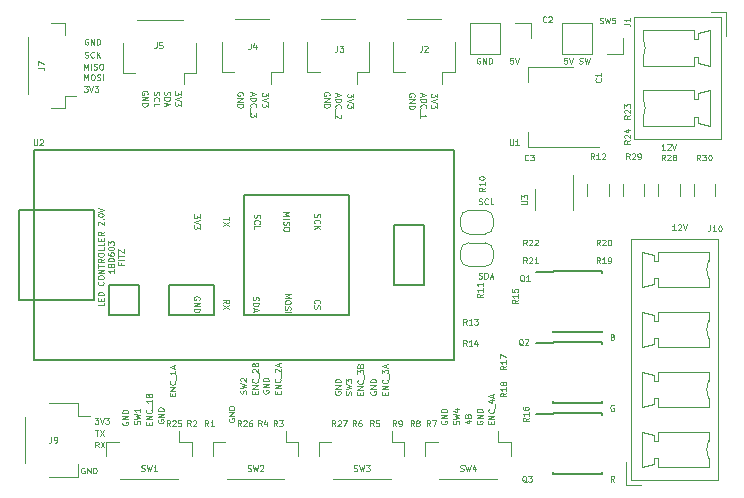
<source format=gto>
G04 #@! TF.GenerationSoftware,KiCad,Pcbnew,5.0.0-rc2-unknown-2cb65f9~65~ubuntu17.10.1*
G04 #@! TF.CreationDate,2018-06-03T21:59:00-07:00*
G04 #@! TF.ProjectId,led_controller,6C65645F636F6E74726F6C6C65722E6B,rev?*
G04 #@! TF.SameCoordinates,Original*
G04 #@! TF.FileFunction,Legend,Top*
G04 #@! TF.FilePolarity,Positive*
%FSLAX46Y46*%
G04 Gerber Fmt 4.6, Leading zero omitted, Abs format (unit mm)*
G04 Created by KiCad (PCBNEW 5.0.0-rc2-unknown-2cb65f9~65~ubuntu17.10.1) date Sun Jun  3 21:59:00 2018*
%MOMM*%
%LPD*%
G01*
G04 APERTURE LIST*
%ADD10C,0.125000*%
%ADD11C,0.120000*%
%ADD12C,0.150000*%
%ADD13C,0.100000*%
G04 APERTURE END LIST*
D10*
X107151190Y-124569047D02*
X107151190Y-124807142D01*
X106651190Y-124807142D01*
X106889285Y-124402380D02*
X106889285Y-124235714D01*
X107151190Y-124164285D02*
X107151190Y-124402380D01*
X106651190Y-124402380D01*
X106651190Y-124164285D01*
X107151190Y-123950000D02*
X106651190Y-123950000D01*
X106651190Y-123830952D01*
X106675000Y-123759523D01*
X106722619Y-123711904D01*
X106770238Y-123688095D01*
X106865476Y-123664285D01*
X106936904Y-123664285D01*
X107032142Y-123688095D01*
X107079761Y-123711904D01*
X107127380Y-123759523D01*
X107151190Y-123830952D01*
X107151190Y-123950000D01*
X107103571Y-122783333D02*
X107127380Y-122807142D01*
X107151190Y-122878571D01*
X107151190Y-122926190D01*
X107127380Y-122997619D01*
X107079761Y-123045238D01*
X107032142Y-123069047D01*
X106936904Y-123092857D01*
X106865476Y-123092857D01*
X106770238Y-123069047D01*
X106722619Y-123045238D01*
X106675000Y-122997619D01*
X106651190Y-122926190D01*
X106651190Y-122878571D01*
X106675000Y-122807142D01*
X106698809Y-122783333D01*
X106651190Y-122473809D02*
X106651190Y-122378571D01*
X106675000Y-122330952D01*
X106722619Y-122283333D01*
X106817857Y-122259523D01*
X106984523Y-122259523D01*
X107079761Y-122283333D01*
X107127380Y-122330952D01*
X107151190Y-122378571D01*
X107151190Y-122473809D01*
X107127380Y-122521428D01*
X107079761Y-122569047D01*
X106984523Y-122592857D01*
X106817857Y-122592857D01*
X106722619Y-122569047D01*
X106675000Y-122521428D01*
X106651190Y-122473809D01*
X107151190Y-122045238D02*
X106651190Y-122045238D01*
X107151190Y-121759523D01*
X106651190Y-121759523D01*
X106651190Y-121592857D02*
X106651190Y-121307142D01*
X107151190Y-121450000D02*
X106651190Y-121450000D01*
X107151190Y-120854761D02*
X106913095Y-121021428D01*
X107151190Y-121140476D02*
X106651190Y-121140476D01*
X106651190Y-120950000D01*
X106675000Y-120902380D01*
X106698809Y-120878571D01*
X106746428Y-120854761D01*
X106817857Y-120854761D01*
X106865476Y-120878571D01*
X106889285Y-120902380D01*
X106913095Y-120950000D01*
X106913095Y-121140476D01*
X106651190Y-120545238D02*
X106651190Y-120450000D01*
X106675000Y-120402380D01*
X106722619Y-120354761D01*
X106817857Y-120330952D01*
X106984523Y-120330952D01*
X107079761Y-120354761D01*
X107127380Y-120402380D01*
X107151190Y-120450000D01*
X107151190Y-120545238D01*
X107127380Y-120592857D01*
X107079761Y-120640476D01*
X106984523Y-120664285D01*
X106817857Y-120664285D01*
X106722619Y-120640476D01*
X106675000Y-120592857D01*
X106651190Y-120545238D01*
X107151190Y-119878571D02*
X107151190Y-120116666D01*
X106651190Y-120116666D01*
X107151190Y-119473809D02*
X107151190Y-119711904D01*
X106651190Y-119711904D01*
X106889285Y-119307142D02*
X106889285Y-119140476D01*
X107151190Y-119069047D02*
X107151190Y-119307142D01*
X106651190Y-119307142D01*
X106651190Y-119069047D01*
X107151190Y-118569047D02*
X106913095Y-118735714D01*
X107151190Y-118854761D02*
X106651190Y-118854761D01*
X106651190Y-118664285D01*
X106675000Y-118616666D01*
X106698809Y-118592857D01*
X106746428Y-118569047D01*
X106817857Y-118569047D01*
X106865476Y-118592857D01*
X106889285Y-118616666D01*
X106913095Y-118664285D01*
X106913095Y-118854761D01*
X106698809Y-117997619D02*
X106675000Y-117973809D01*
X106651190Y-117926190D01*
X106651190Y-117807142D01*
X106675000Y-117759523D01*
X106698809Y-117735714D01*
X106746428Y-117711904D01*
X106794047Y-117711904D01*
X106865476Y-117735714D01*
X107151190Y-118021428D01*
X107151190Y-117711904D01*
X107103571Y-117497619D02*
X107127380Y-117473809D01*
X107151190Y-117497619D01*
X107127380Y-117521428D01*
X107103571Y-117497619D01*
X107151190Y-117497619D01*
X106651190Y-117164285D02*
X106651190Y-117116666D01*
X106675000Y-117069047D01*
X106698809Y-117045238D01*
X106746428Y-117021428D01*
X106841666Y-116997619D01*
X106960714Y-116997619D01*
X107055952Y-117021428D01*
X107103571Y-117045238D01*
X107127380Y-117069047D01*
X107151190Y-117116666D01*
X107151190Y-117164285D01*
X107127380Y-117211904D01*
X107103571Y-117235714D01*
X107055952Y-117259523D01*
X106960714Y-117283333D01*
X106841666Y-117283333D01*
X106746428Y-117259523D01*
X106698809Y-117235714D01*
X106675000Y-117211904D01*
X106651190Y-117164285D01*
X106651190Y-116854761D02*
X107151190Y-116688095D01*
X106651190Y-116521428D01*
X108026190Y-121747619D02*
X108026190Y-122033333D01*
X108026190Y-121890476D02*
X107526190Y-121890476D01*
X107597619Y-121938095D01*
X107645238Y-121985714D01*
X107669047Y-122033333D01*
X107740476Y-121461904D02*
X107716666Y-121509523D01*
X107692857Y-121533333D01*
X107645238Y-121557142D01*
X107621428Y-121557142D01*
X107573809Y-121533333D01*
X107550000Y-121509523D01*
X107526190Y-121461904D01*
X107526190Y-121366666D01*
X107550000Y-121319047D01*
X107573809Y-121295238D01*
X107621428Y-121271428D01*
X107645238Y-121271428D01*
X107692857Y-121295238D01*
X107716666Y-121319047D01*
X107740476Y-121366666D01*
X107740476Y-121461904D01*
X107764285Y-121509523D01*
X107788095Y-121533333D01*
X107835714Y-121557142D01*
X107930952Y-121557142D01*
X107978571Y-121533333D01*
X108002380Y-121509523D01*
X108026190Y-121461904D01*
X108026190Y-121366666D01*
X108002380Y-121319047D01*
X107978571Y-121295238D01*
X107930952Y-121271428D01*
X107835714Y-121271428D01*
X107788095Y-121295238D01*
X107764285Y-121319047D01*
X107740476Y-121366666D01*
X107526190Y-120961904D02*
X107526190Y-120914285D01*
X107550000Y-120866666D01*
X107573809Y-120842857D01*
X107621428Y-120819047D01*
X107716666Y-120795238D01*
X107835714Y-120795238D01*
X107930952Y-120819047D01*
X107978571Y-120842857D01*
X108002380Y-120866666D01*
X108026190Y-120914285D01*
X108026190Y-120961904D01*
X108002380Y-121009523D01*
X107978571Y-121033333D01*
X107930952Y-121057142D01*
X107835714Y-121080952D01*
X107716666Y-121080952D01*
X107621428Y-121057142D01*
X107573809Y-121033333D01*
X107550000Y-121009523D01*
X107526190Y-120961904D01*
X107526190Y-120366666D02*
X107526190Y-120461904D01*
X107550000Y-120509523D01*
X107573809Y-120533333D01*
X107645238Y-120580952D01*
X107740476Y-120604761D01*
X107930952Y-120604761D01*
X107978571Y-120580952D01*
X108002380Y-120557142D01*
X108026190Y-120509523D01*
X108026190Y-120414285D01*
X108002380Y-120366666D01*
X107978571Y-120342857D01*
X107930952Y-120319047D01*
X107811904Y-120319047D01*
X107764285Y-120342857D01*
X107740476Y-120366666D01*
X107716666Y-120414285D01*
X107716666Y-120509523D01*
X107740476Y-120557142D01*
X107764285Y-120580952D01*
X107811904Y-120604761D01*
X107526190Y-120009523D02*
X107526190Y-119961904D01*
X107550000Y-119914285D01*
X107573809Y-119890476D01*
X107621428Y-119866666D01*
X107716666Y-119842857D01*
X107835714Y-119842857D01*
X107930952Y-119866666D01*
X107978571Y-119890476D01*
X108002380Y-119914285D01*
X108026190Y-119961904D01*
X108026190Y-120009523D01*
X108002380Y-120057142D01*
X107978571Y-120080952D01*
X107930952Y-120104761D01*
X107835714Y-120128571D01*
X107716666Y-120128571D01*
X107621428Y-120104761D01*
X107573809Y-120080952D01*
X107550000Y-120057142D01*
X107526190Y-120009523D01*
X107526190Y-119676190D02*
X107526190Y-119366666D01*
X107716666Y-119533333D01*
X107716666Y-119461904D01*
X107740476Y-119414285D01*
X107764285Y-119390476D01*
X107811904Y-119366666D01*
X107930952Y-119366666D01*
X107978571Y-119390476D01*
X108002380Y-119414285D01*
X108026190Y-119461904D01*
X108026190Y-119604761D01*
X108002380Y-119652380D01*
X107978571Y-119676190D01*
X108639285Y-121176190D02*
X108639285Y-121342857D01*
X108901190Y-121342857D02*
X108401190Y-121342857D01*
X108401190Y-121104761D01*
X108901190Y-120914285D02*
X108401190Y-120914285D01*
X108401190Y-120747619D02*
X108401190Y-120461904D01*
X108901190Y-120604761D02*
X108401190Y-120604761D01*
X108401190Y-120342857D02*
X108401190Y-120009523D01*
X108901190Y-120342857D01*
X108901190Y-120009523D01*
X115250000Y-124319047D02*
X115273809Y-124271428D01*
X115273809Y-124200000D01*
X115250000Y-124128571D01*
X115202380Y-124080952D01*
X115154761Y-124057142D01*
X115059523Y-124033333D01*
X114988095Y-124033333D01*
X114892857Y-124057142D01*
X114845238Y-124080952D01*
X114797619Y-124128571D01*
X114773809Y-124200000D01*
X114773809Y-124247619D01*
X114797619Y-124319047D01*
X114821428Y-124342857D01*
X114988095Y-124342857D01*
X114988095Y-124247619D01*
X114773809Y-124557142D02*
X115273809Y-124557142D01*
X114773809Y-124842857D01*
X115273809Y-124842857D01*
X114773809Y-125080952D02*
X115273809Y-125080952D01*
X115273809Y-125200000D01*
X115250000Y-125271428D01*
X115202380Y-125319047D01*
X115154761Y-125342857D01*
X115059523Y-125366666D01*
X114988095Y-125366666D01*
X114892857Y-125342857D01*
X114845238Y-125319047D01*
X114797619Y-125271428D01*
X114773809Y-125200000D01*
X114773809Y-125080952D01*
X117273809Y-124616666D02*
X117511904Y-124450000D01*
X117273809Y-124330952D02*
X117773809Y-124330952D01*
X117773809Y-124521428D01*
X117750000Y-124569047D01*
X117726190Y-124592857D01*
X117678571Y-124616666D01*
X117607142Y-124616666D01*
X117559523Y-124592857D01*
X117535714Y-124569047D01*
X117511904Y-124521428D01*
X117511904Y-124330952D01*
X117773809Y-124783333D02*
X117273809Y-125116666D01*
X117773809Y-125116666D02*
X117273809Y-124783333D01*
X119797619Y-124092857D02*
X119773809Y-124164285D01*
X119773809Y-124283333D01*
X119797619Y-124330952D01*
X119821428Y-124354761D01*
X119869047Y-124378571D01*
X119916666Y-124378571D01*
X119964285Y-124354761D01*
X119988095Y-124330952D01*
X120011904Y-124283333D01*
X120035714Y-124188095D01*
X120059523Y-124140476D01*
X120083333Y-124116666D01*
X120130952Y-124092857D01*
X120178571Y-124092857D01*
X120226190Y-124116666D01*
X120250000Y-124140476D01*
X120273809Y-124188095D01*
X120273809Y-124307142D01*
X120250000Y-124378571D01*
X119773809Y-124592857D02*
X120273809Y-124592857D01*
X120273809Y-124711904D01*
X120250000Y-124783333D01*
X120202380Y-124830952D01*
X120154761Y-124854761D01*
X120059523Y-124878571D01*
X119988095Y-124878571D01*
X119892857Y-124854761D01*
X119845238Y-124830952D01*
X119797619Y-124783333D01*
X119773809Y-124711904D01*
X119773809Y-124592857D01*
X119916666Y-125069047D02*
X119916666Y-125307142D01*
X119773809Y-125021428D02*
X120273809Y-125188095D01*
X119773809Y-125354761D01*
X122473809Y-123814285D02*
X122973809Y-123814285D01*
X122616666Y-123980952D01*
X122973809Y-124147619D01*
X122473809Y-124147619D01*
X122973809Y-124480952D02*
X122973809Y-124576190D01*
X122950000Y-124623809D01*
X122902380Y-124671428D01*
X122807142Y-124695238D01*
X122640476Y-124695238D01*
X122545238Y-124671428D01*
X122497619Y-124623809D01*
X122473809Y-124576190D01*
X122473809Y-124480952D01*
X122497619Y-124433333D01*
X122545238Y-124385714D01*
X122640476Y-124361904D01*
X122807142Y-124361904D01*
X122902380Y-124385714D01*
X122950000Y-124433333D01*
X122973809Y-124480952D01*
X122497619Y-124885714D02*
X122473809Y-124957142D01*
X122473809Y-125076190D01*
X122497619Y-125123809D01*
X122521428Y-125147619D01*
X122569047Y-125171428D01*
X122616666Y-125171428D01*
X122664285Y-125147619D01*
X122688095Y-125123809D01*
X122711904Y-125076190D01*
X122735714Y-124980952D01*
X122759523Y-124933333D01*
X122783333Y-124909523D01*
X122830952Y-124885714D01*
X122878571Y-124885714D01*
X122926190Y-124909523D01*
X122950000Y-124933333D01*
X122973809Y-124980952D01*
X122973809Y-125100000D01*
X122950000Y-125171428D01*
X122473809Y-125385714D02*
X122973809Y-125385714D01*
X125021428Y-124616666D02*
X124997619Y-124592857D01*
X124973809Y-124521428D01*
X124973809Y-124473809D01*
X124997619Y-124402380D01*
X125045238Y-124354761D01*
X125092857Y-124330952D01*
X125188095Y-124307142D01*
X125259523Y-124307142D01*
X125354761Y-124330952D01*
X125402380Y-124354761D01*
X125450000Y-124402380D01*
X125473809Y-124473809D01*
X125473809Y-124521428D01*
X125450000Y-124592857D01*
X125426190Y-124616666D01*
X124997619Y-124807142D02*
X124973809Y-124878571D01*
X124973809Y-124997619D01*
X124997619Y-125045238D01*
X125021428Y-125069047D01*
X125069047Y-125092857D01*
X125116666Y-125092857D01*
X125164285Y-125069047D01*
X125188095Y-125045238D01*
X125211904Y-124997619D01*
X125235714Y-124902380D01*
X125259523Y-124854761D01*
X125283333Y-124830952D01*
X125330952Y-124807142D01*
X125378571Y-124807142D01*
X125426190Y-124830952D01*
X125450000Y-124854761D01*
X125473809Y-124902380D01*
X125473809Y-125021428D01*
X125450000Y-125092857D01*
X124997619Y-117057142D02*
X124973809Y-117128571D01*
X124973809Y-117247619D01*
X124997619Y-117295238D01*
X125021428Y-117319047D01*
X125069047Y-117342857D01*
X125116666Y-117342857D01*
X125164285Y-117319047D01*
X125188095Y-117295238D01*
X125211904Y-117247619D01*
X125235714Y-117152380D01*
X125259523Y-117104761D01*
X125283333Y-117080952D01*
X125330952Y-117057142D01*
X125378571Y-117057142D01*
X125426190Y-117080952D01*
X125450000Y-117104761D01*
X125473809Y-117152380D01*
X125473809Y-117271428D01*
X125450000Y-117342857D01*
X125021428Y-117842857D02*
X124997619Y-117819047D01*
X124973809Y-117747619D01*
X124973809Y-117700000D01*
X124997619Y-117628571D01*
X125045238Y-117580952D01*
X125092857Y-117557142D01*
X125188095Y-117533333D01*
X125259523Y-117533333D01*
X125354761Y-117557142D01*
X125402380Y-117580952D01*
X125450000Y-117628571D01*
X125473809Y-117700000D01*
X125473809Y-117747619D01*
X125450000Y-117819047D01*
X125426190Y-117842857D01*
X124973809Y-118057142D02*
X125473809Y-118057142D01*
X124973809Y-118342857D02*
X125259523Y-118128571D01*
X125473809Y-118342857D02*
X125188095Y-118057142D01*
X122373809Y-116914285D02*
X122873809Y-116914285D01*
X122516666Y-117080952D01*
X122873809Y-117247619D01*
X122373809Y-117247619D01*
X122373809Y-117485714D02*
X122873809Y-117485714D01*
X122397619Y-117700000D02*
X122373809Y-117771428D01*
X122373809Y-117890476D01*
X122397619Y-117938095D01*
X122421428Y-117961904D01*
X122469047Y-117985714D01*
X122516666Y-117985714D01*
X122564285Y-117961904D01*
X122588095Y-117938095D01*
X122611904Y-117890476D01*
X122635714Y-117795238D01*
X122659523Y-117747619D01*
X122683333Y-117723809D01*
X122730952Y-117700000D01*
X122778571Y-117700000D01*
X122826190Y-117723809D01*
X122850000Y-117747619D01*
X122873809Y-117795238D01*
X122873809Y-117914285D01*
X122850000Y-117985714D01*
X122873809Y-118295238D02*
X122873809Y-118390476D01*
X122850000Y-118438095D01*
X122802380Y-118485714D01*
X122707142Y-118509523D01*
X122540476Y-118509523D01*
X122445238Y-118485714D01*
X122397619Y-118438095D01*
X122373809Y-118390476D01*
X122373809Y-118295238D01*
X122397619Y-118247619D01*
X122445238Y-118200000D01*
X122540476Y-118176190D01*
X122707142Y-118176190D01*
X122802380Y-118200000D01*
X122850000Y-118247619D01*
X122873809Y-118295238D01*
X119897619Y-117104761D02*
X119873809Y-117176190D01*
X119873809Y-117295238D01*
X119897619Y-117342857D01*
X119921428Y-117366666D01*
X119969047Y-117390476D01*
X120016666Y-117390476D01*
X120064285Y-117366666D01*
X120088095Y-117342857D01*
X120111904Y-117295238D01*
X120135714Y-117200000D01*
X120159523Y-117152380D01*
X120183333Y-117128571D01*
X120230952Y-117104761D01*
X120278571Y-117104761D01*
X120326190Y-117128571D01*
X120350000Y-117152380D01*
X120373809Y-117200000D01*
X120373809Y-117319047D01*
X120350000Y-117390476D01*
X119921428Y-117890476D02*
X119897619Y-117866666D01*
X119873809Y-117795238D01*
X119873809Y-117747619D01*
X119897619Y-117676190D01*
X119945238Y-117628571D01*
X119992857Y-117604761D01*
X120088095Y-117580952D01*
X120159523Y-117580952D01*
X120254761Y-117604761D01*
X120302380Y-117628571D01*
X120350000Y-117676190D01*
X120373809Y-117747619D01*
X120373809Y-117795238D01*
X120350000Y-117866666D01*
X120326190Y-117890476D01*
X119873809Y-118342857D02*
X119873809Y-118104761D01*
X120373809Y-118104761D01*
X117773809Y-117319047D02*
X117773809Y-117604761D01*
X117273809Y-117461904D02*
X117773809Y-117461904D01*
X117773809Y-117723809D02*
X117273809Y-118057142D01*
X117773809Y-118057142D02*
X117273809Y-117723809D01*
X115273809Y-117080952D02*
X115273809Y-117390476D01*
X115083333Y-117223809D01*
X115083333Y-117295238D01*
X115059523Y-117342857D01*
X115035714Y-117366666D01*
X114988095Y-117390476D01*
X114869047Y-117390476D01*
X114821428Y-117366666D01*
X114797619Y-117342857D01*
X114773809Y-117295238D01*
X114773809Y-117152380D01*
X114797619Y-117104761D01*
X114821428Y-117080952D01*
X115273809Y-117533333D02*
X114773809Y-117700000D01*
X115273809Y-117866666D01*
X115273809Y-117985714D02*
X115273809Y-118295238D01*
X115083333Y-118128571D01*
X115083333Y-118200000D01*
X115059523Y-118247619D01*
X115035714Y-118271428D01*
X114988095Y-118295238D01*
X114869047Y-118295238D01*
X114821428Y-118271428D01*
X114797619Y-118247619D01*
X114773809Y-118200000D01*
X114773809Y-118057142D01*
X114797619Y-118009523D01*
X114821428Y-117985714D01*
X110850000Y-106919047D02*
X110873809Y-106871428D01*
X110873809Y-106800000D01*
X110850000Y-106728571D01*
X110802380Y-106680952D01*
X110754761Y-106657142D01*
X110659523Y-106633333D01*
X110588095Y-106633333D01*
X110492857Y-106657142D01*
X110445238Y-106680952D01*
X110397619Y-106728571D01*
X110373809Y-106800000D01*
X110373809Y-106847619D01*
X110397619Y-106919047D01*
X110421428Y-106942857D01*
X110588095Y-106942857D01*
X110588095Y-106847619D01*
X110373809Y-107157142D02*
X110873809Y-107157142D01*
X110373809Y-107442857D01*
X110873809Y-107442857D01*
X110373809Y-107680952D02*
X110873809Y-107680952D01*
X110873809Y-107800000D01*
X110850000Y-107871428D01*
X110802380Y-107919047D01*
X110754761Y-107942857D01*
X110659523Y-107966666D01*
X110588095Y-107966666D01*
X110492857Y-107942857D01*
X110445238Y-107919047D01*
X110397619Y-107871428D01*
X110373809Y-107800000D01*
X110373809Y-107680952D01*
X138892857Y-122502380D02*
X138964285Y-122526190D01*
X139083333Y-122526190D01*
X139130952Y-122502380D01*
X139154761Y-122478571D01*
X139178571Y-122430952D01*
X139178571Y-122383333D01*
X139154761Y-122335714D01*
X139130952Y-122311904D01*
X139083333Y-122288095D01*
X138988095Y-122264285D01*
X138940476Y-122240476D01*
X138916666Y-122216666D01*
X138892857Y-122169047D01*
X138892857Y-122121428D01*
X138916666Y-122073809D01*
X138940476Y-122050000D01*
X138988095Y-122026190D01*
X139107142Y-122026190D01*
X139178571Y-122050000D01*
X139392857Y-122526190D02*
X139392857Y-122026190D01*
X139511904Y-122026190D01*
X139583333Y-122050000D01*
X139630952Y-122097619D01*
X139654761Y-122145238D01*
X139678571Y-122240476D01*
X139678571Y-122311904D01*
X139654761Y-122407142D01*
X139630952Y-122454761D01*
X139583333Y-122502380D01*
X139511904Y-122526190D01*
X139392857Y-122526190D01*
X139869047Y-122383333D02*
X140107142Y-122383333D01*
X139821428Y-122526190D02*
X139988095Y-122026190D01*
X140154761Y-122526190D01*
X138904761Y-116202380D02*
X138976190Y-116226190D01*
X139095238Y-116226190D01*
X139142857Y-116202380D01*
X139166666Y-116178571D01*
X139190476Y-116130952D01*
X139190476Y-116083333D01*
X139166666Y-116035714D01*
X139142857Y-116011904D01*
X139095238Y-115988095D01*
X139000000Y-115964285D01*
X138952380Y-115940476D01*
X138928571Y-115916666D01*
X138904761Y-115869047D01*
X138904761Y-115821428D01*
X138928571Y-115773809D01*
X138952380Y-115750000D01*
X139000000Y-115726190D01*
X139119047Y-115726190D01*
X139190476Y-115750000D01*
X139690476Y-116178571D02*
X139666666Y-116202380D01*
X139595238Y-116226190D01*
X139547619Y-116226190D01*
X139476190Y-116202380D01*
X139428571Y-116154761D01*
X139404761Y-116107142D01*
X139380952Y-116011904D01*
X139380952Y-115940476D01*
X139404761Y-115845238D01*
X139428571Y-115797619D01*
X139476190Y-115750000D01*
X139547619Y-115726190D01*
X139595238Y-115726190D01*
X139666666Y-115750000D01*
X139690476Y-115773809D01*
X140142857Y-116226190D02*
X139904761Y-116226190D01*
X139904761Y-115726190D01*
X139964285Y-134861904D02*
X139964285Y-134695238D01*
X140226190Y-134623809D02*
X140226190Y-134861904D01*
X139726190Y-134861904D01*
X139726190Y-134623809D01*
X140226190Y-134409523D02*
X139726190Y-134409523D01*
X140226190Y-134123809D01*
X139726190Y-134123809D01*
X140178571Y-133600000D02*
X140202380Y-133623809D01*
X140226190Y-133695238D01*
X140226190Y-133742857D01*
X140202380Y-133814285D01*
X140154761Y-133861904D01*
X140107142Y-133885714D01*
X140011904Y-133909523D01*
X139940476Y-133909523D01*
X139845238Y-133885714D01*
X139797619Y-133861904D01*
X139750000Y-133814285D01*
X139726190Y-133742857D01*
X139726190Y-133695238D01*
X139750000Y-133623809D01*
X139773809Y-133600000D01*
X140273809Y-133504761D02*
X140273809Y-133123809D01*
X139892857Y-132790476D02*
X140226190Y-132790476D01*
X139702380Y-132909523D02*
X140059523Y-133028571D01*
X140059523Y-132719047D01*
X140083333Y-132552380D02*
X140083333Y-132314285D01*
X140226190Y-132600000D02*
X139726190Y-132433333D01*
X140226190Y-132266666D01*
X138750000Y-134580952D02*
X138726190Y-134628571D01*
X138726190Y-134700000D01*
X138750000Y-134771428D01*
X138797619Y-134819047D01*
X138845238Y-134842857D01*
X138940476Y-134866666D01*
X139011904Y-134866666D01*
X139107142Y-134842857D01*
X139154761Y-134819047D01*
X139202380Y-134771428D01*
X139226190Y-134700000D01*
X139226190Y-134652380D01*
X139202380Y-134580952D01*
X139178571Y-134557142D01*
X139011904Y-134557142D01*
X139011904Y-134652380D01*
X139226190Y-134342857D02*
X138726190Y-134342857D01*
X139226190Y-134057142D01*
X138726190Y-134057142D01*
X139226190Y-133819047D02*
X138726190Y-133819047D01*
X138726190Y-133700000D01*
X138750000Y-133628571D01*
X138797619Y-133580952D01*
X138845238Y-133557142D01*
X138940476Y-133533333D01*
X139011904Y-133533333D01*
X139107142Y-133557142D01*
X139154761Y-133580952D01*
X139202380Y-133628571D01*
X139226190Y-133700000D01*
X139226190Y-133819047D01*
X137892857Y-134554761D02*
X138226190Y-134554761D01*
X137702380Y-134673809D02*
X138059523Y-134792857D01*
X138059523Y-134483333D01*
X137964285Y-134126190D02*
X137988095Y-134054761D01*
X138011904Y-134030952D01*
X138059523Y-134007142D01*
X138130952Y-134007142D01*
X138178571Y-134030952D01*
X138202380Y-134054761D01*
X138226190Y-134102380D01*
X138226190Y-134292857D01*
X137726190Y-134292857D01*
X137726190Y-134126190D01*
X137750000Y-134078571D01*
X137773809Y-134054761D01*
X137821428Y-134030952D01*
X137869047Y-134030952D01*
X137916666Y-134054761D01*
X137940476Y-134078571D01*
X137964285Y-134126190D01*
X137964285Y-134292857D01*
X137202380Y-134866666D02*
X137226190Y-134795238D01*
X137226190Y-134676190D01*
X137202380Y-134628571D01*
X137178571Y-134604761D01*
X137130952Y-134580952D01*
X137083333Y-134580952D01*
X137035714Y-134604761D01*
X137011904Y-134628571D01*
X136988095Y-134676190D01*
X136964285Y-134771428D01*
X136940476Y-134819047D01*
X136916666Y-134842857D01*
X136869047Y-134866666D01*
X136821428Y-134866666D01*
X136773809Y-134842857D01*
X136750000Y-134819047D01*
X136726190Y-134771428D01*
X136726190Y-134652380D01*
X136750000Y-134580952D01*
X136726190Y-134414285D02*
X137226190Y-134295238D01*
X136869047Y-134200000D01*
X137226190Y-134104761D01*
X136726190Y-133985714D01*
X136892857Y-133580952D02*
X137226190Y-133580952D01*
X136702380Y-133700000D02*
X137059523Y-133819047D01*
X137059523Y-133509523D01*
X135750000Y-134580952D02*
X135726190Y-134628571D01*
X135726190Y-134700000D01*
X135750000Y-134771428D01*
X135797619Y-134819047D01*
X135845238Y-134842857D01*
X135940476Y-134866666D01*
X136011904Y-134866666D01*
X136107142Y-134842857D01*
X136154761Y-134819047D01*
X136202380Y-134771428D01*
X136226190Y-134700000D01*
X136226190Y-134652380D01*
X136202380Y-134580952D01*
X136178571Y-134557142D01*
X136011904Y-134557142D01*
X136011904Y-134652380D01*
X136226190Y-134342857D02*
X135726190Y-134342857D01*
X136226190Y-134057142D01*
X135726190Y-134057142D01*
X136226190Y-133819047D02*
X135726190Y-133819047D01*
X135726190Y-133700000D01*
X135750000Y-133628571D01*
X135797619Y-133580952D01*
X135845238Y-133557142D01*
X135940476Y-133533333D01*
X136011904Y-133533333D01*
X136107142Y-133557142D01*
X136154761Y-133580952D01*
X136202380Y-133628571D01*
X136226190Y-133700000D01*
X136226190Y-133819047D01*
X130964285Y-132361904D02*
X130964285Y-132195238D01*
X131226190Y-132123809D02*
X131226190Y-132361904D01*
X130726190Y-132361904D01*
X130726190Y-132123809D01*
X131226190Y-131909523D02*
X130726190Y-131909523D01*
X131226190Y-131623809D01*
X130726190Y-131623809D01*
X131178571Y-131100000D02*
X131202380Y-131123809D01*
X131226190Y-131195238D01*
X131226190Y-131242857D01*
X131202380Y-131314285D01*
X131154761Y-131361904D01*
X131107142Y-131385714D01*
X131011904Y-131409523D01*
X130940476Y-131409523D01*
X130845238Y-131385714D01*
X130797619Y-131361904D01*
X130750000Y-131314285D01*
X130726190Y-131242857D01*
X130726190Y-131195238D01*
X130750000Y-131123809D01*
X130773809Y-131100000D01*
X131273809Y-131004761D02*
X131273809Y-130623809D01*
X130726190Y-130552380D02*
X130726190Y-130242857D01*
X130916666Y-130409523D01*
X130916666Y-130338095D01*
X130940476Y-130290476D01*
X130964285Y-130266666D01*
X131011904Y-130242857D01*
X131130952Y-130242857D01*
X131178571Y-130266666D01*
X131202380Y-130290476D01*
X131226190Y-130338095D01*
X131226190Y-130480952D01*
X131202380Y-130528571D01*
X131178571Y-130552380D01*
X131083333Y-130052380D02*
X131083333Y-129814285D01*
X131226190Y-130100000D02*
X130726190Y-129933333D01*
X131226190Y-129766666D01*
X129750000Y-132080952D02*
X129726190Y-132128571D01*
X129726190Y-132200000D01*
X129750000Y-132271428D01*
X129797619Y-132319047D01*
X129845238Y-132342857D01*
X129940476Y-132366666D01*
X130011904Y-132366666D01*
X130107142Y-132342857D01*
X130154761Y-132319047D01*
X130202380Y-132271428D01*
X130226190Y-132200000D01*
X130226190Y-132152380D01*
X130202380Y-132080952D01*
X130178571Y-132057142D01*
X130011904Y-132057142D01*
X130011904Y-132152380D01*
X130226190Y-131842857D02*
X129726190Y-131842857D01*
X130226190Y-131557142D01*
X129726190Y-131557142D01*
X130226190Y-131319047D02*
X129726190Y-131319047D01*
X129726190Y-131200000D01*
X129750000Y-131128571D01*
X129797619Y-131080952D01*
X129845238Y-131057142D01*
X129940476Y-131033333D01*
X130011904Y-131033333D01*
X130107142Y-131057142D01*
X130154761Y-131080952D01*
X130202380Y-131128571D01*
X130226190Y-131200000D01*
X130226190Y-131319047D01*
X128864285Y-132397619D02*
X128864285Y-132230952D01*
X129126190Y-132159523D02*
X129126190Y-132397619D01*
X128626190Y-132397619D01*
X128626190Y-132159523D01*
X129126190Y-131945238D02*
X128626190Y-131945238D01*
X129126190Y-131659523D01*
X128626190Y-131659523D01*
X129078571Y-131135714D02*
X129102380Y-131159523D01*
X129126190Y-131230952D01*
X129126190Y-131278571D01*
X129102380Y-131350000D01*
X129054761Y-131397619D01*
X129007142Y-131421428D01*
X128911904Y-131445238D01*
X128840476Y-131445238D01*
X128745238Y-131421428D01*
X128697619Y-131397619D01*
X128650000Y-131350000D01*
X128626190Y-131278571D01*
X128626190Y-131230952D01*
X128650000Y-131159523D01*
X128673809Y-131135714D01*
X129173809Y-131040476D02*
X129173809Y-130659523D01*
X128626190Y-130588095D02*
X128626190Y-130278571D01*
X128816666Y-130445238D01*
X128816666Y-130373809D01*
X128840476Y-130326190D01*
X128864285Y-130302380D01*
X128911904Y-130278571D01*
X129030952Y-130278571D01*
X129078571Y-130302380D01*
X129102380Y-130326190D01*
X129126190Y-130373809D01*
X129126190Y-130516666D01*
X129102380Y-130564285D01*
X129078571Y-130588095D01*
X128864285Y-129897619D02*
X128888095Y-129826190D01*
X128911904Y-129802380D01*
X128959523Y-129778571D01*
X129030952Y-129778571D01*
X129078571Y-129802380D01*
X129102380Y-129826190D01*
X129126190Y-129873809D01*
X129126190Y-130064285D01*
X128626190Y-130064285D01*
X128626190Y-129897619D01*
X128650000Y-129850000D01*
X128673809Y-129826190D01*
X128721428Y-129802380D01*
X128769047Y-129802380D01*
X128816666Y-129826190D01*
X128840476Y-129850000D01*
X128864285Y-129897619D01*
X128864285Y-130064285D01*
X128102380Y-132366666D02*
X128126190Y-132295238D01*
X128126190Y-132176190D01*
X128102380Y-132128571D01*
X128078571Y-132104761D01*
X128030952Y-132080952D01*
X127983333Y-132080952D01*
X127935714Y-132104761D01*
X127911904Y-132128571D01*
X127888095Y-132176190D01*
X127864285Y-132271428D01*
X127840476Y-132319047D01*
X127816666Y-132342857D01*
X127769047Y-132366666D01*
X127721428Y-132366666D01*
X127673809Y-132342857D01*
X127650000Y-132319047D01*
X127626190Y-132271428D01*
X127626190Y-132152380D01*
X127650000Y-132080952D01*
X127626190Y-131914285D02*
X128126190Y-131795238D01*
X127769047Y-131700000D01*
X128126190Y-131604761D01*
X127626190Y-131485714D01*
X127626190Y-131342857D02*
X127626190Y-131033333D01*
X127816666Y-131200000D01*
X127816666Y-131128571D01*
X127840476Y-131080952D01*
X127864285Y-131057142D01*
X127911904Y-131033333D01*
X128030952Y-131033333D01*
X128078571Y-131057142D01*
X128102380Y-131080952D01*
X128126190Y-131128571D01*
X128126190Y-131271428D01*
X128102380Y-131319047D01*
X128078571Y-131342857D01*
X126750000Y-132080952D02*
X126726190Y-132128571D01*
X126726190Y-132200000D01*
X126750000Y-132271428D01*
X126797619Y-132319047D01*
X126845238Y-132342857D01*
X126940476Y-132366666D01*
X127011904Y-132366666D01*
X127107142Y-132342857D01*
X127154761Y-132319047D01*
X127202380Y-132271428D01*
X127226190Y-132200000D01*
X127226190Y-132152380D01*
X127202380Y-132080952D01*
X127178571Y-132057142D01*
X127011904Y-132057142D01*
X127011904Y-132152380D01*
X127226190Y-131842857D02*
X126726190Y-131842857D01*
X127226190Y-131557142D01*
X126726190Y-131557142D01*
X127226190Y-131319047D02*
X126726190Y-131319047D01*
X126726190Y-131200000D01*
X126750000Y-131128571D01*
X126797619Y-131080952D01*
X126845238Y-131057142D01*
X126940476Y-131033333D01*
X127011904Y-131033333D01*
X127107142Y-131057142D01*
X127154761Y-131080952D01*
X127202380Y-131128571D01*
X127226190Y-131200000D01*
X127226190Y-131319047D01*
X121864285Y-132261904D02*
X121864285Y-132095238D01*
X122126190Y-132023809D02*
X122126190Y-132261904D01*
X121626190Y-132261904D01*
X121626190Y-132023809D01*
X122126190Y-131809523D02*
X121626190Y-131809523D01*
X122126190Y-131523809D01*
X121626190Y-131523809D01*
X122078571Y-131000000D02*
X122102380Y-131023809D01*
X122126190Y-131095238D01*
X122126190Y-131142857D01*
X122102380Y-131214285D01*
X122054761Y-131261904D01*
X122007142Y-131285714D01*
X121911904Y-131309523D01*
X121840476Y-131309523D01*
X121745238Y-131285714D01*
X121697619Y-131261904D01*
X121650000Y-131214285D01*
X121626190Y-131142857D01*
X121626190Y-131095238D01*
X121650000Y-131023809D01*
X121673809Y-131000000D01*
X122173809Y-130904761D02*
X122173809Y-130523809D01*
X121673809Y-130428571D02*
X121650000Y-130404761D01*
X121626190Y-130357142D01*
X121626190Y-130238095D01*
X121650000Y-130190476D01*
X121673809Y-130166666D01*
X121721428Y-130142857D01*
X121769047Y-130142857D01*
X121840476Y-130166666D01*
X122126190Y-130452380D01*
X122126190Y-130142857D01*
X121983333Y-129952380D02*
X121983333Y-129714285D01*
X122126190Y-130000000D02*
X121626190Y-129833333D01*
X122126190Y-129666666D01*
X120650000Y-131980952D02*
X120626190Y-132028571D01*
X120626190Y-132100000D01*
X120650000Y-132171428D01*
X120697619Y-132219047D01*
X120745238Y-132242857D01*
X120840476Y-132266666D01*
X120911904Y-132266666D01*
X121007142Y-132242857D01*
X121054761Y-132219047D01*
X121102380Y-132171428D01*
X121126190Y-132100000D01*
X121126190Y-132052380D01*
X121102380Y-131980952D01*
X121078571Y-131957142D01*
X120911904Y-131957142D01*
X120911904Y-132052380D01*
X121126190Y-131742857D02*
X120626190Y-131742857D01*
X121126190Y-131457142D01*
X120626190Y-131457142D01*
X121126190Y-131219047D02*
X120626190Y-131219047D01*
X120626190Y-131100000D01*
X120650000Y-131028571D01*
X120697619Y-130980952D01*
X120745238Y-130957142D01*
X120840476Y-130933333D01*
X120911904Y-130933333D01*
X121007142Y-130957142D01*
X121054761Y-130980952D01*
X121102380Y-131028571D01*
X121126190Y-131100000D01*
X121126190Y-131219047D01*
X119964285Y-132297619D02*
X119964285Y-132130952D01*
X120226190Y-132059523D02*
X120226190Y-132297619D01*
X119726190Y-132297619D01*
X119726190Y-132059523D01*
X120226190Y-131845238D02*
X119726190Y-131845238D01*
X120226190Y-131559523D01*
X119726190Y-131559523D01*
X120178571Y-131035714D02*
X120202380Y-131059523D01*
X120226190Y-131130952D01*
X120226190Y-131178571D01*
X120202380Y-131250000D01*
X120154761Y-131297619D01*
X120107142Y-131321428D01*
X120011904Y-131345238D01*
X119940476Y-131345238D01*
X119845238Y-131321428D01*
X119797619Y-131297619D01*
X119750000Y-131250000D01*
X119726190Y-131178571D01*
X119726190Y-131130952D01*
X119750000Y-131059523D01*
X119773809Y-131035714D01*
X120273809Y-130940476D02*
X120273809Y-130559523D01*
X119773809Y-130464285D02*
X119750000Y-130440476D01*
X119726190Y-130392857D01*
X119726190Y-130273809D01*
X119750000Y-130226190D01*
X119773809Y-130202380D01*
X119821428Y-130178571D01*
X119869047Y-130178571D01*
X119940476Y-130202380D01*
X120226190Y-130488095D01*
X120226190Y-130178571D01*
X119964285Y-129797619D02*
X119988095Y-129726190D01*
X120011904Y-129702380D01*
X120059523Y-129678571D01*
X120130952Y-129678571D01*
X120178571Y-129702380D01*
X120202380Y-129726190D01*
X120226190Y-129773809D01*
X120226190Y-129964285D01*
X119726190Y-129964285D01*
X119726190Y-129797619D01*
X119750000Y-129750000D01*
X119773809Y-129726190D01*
X119821428Y-129702380D01*
X119869047Y-129702380D01*
X119916666Y-129726190D01*
X119940476Y-129750000D01*
X119964285Y-129797619D01*
X119964285Y-129964285D01*
X119202380Y-132266666D02*
X119226190Y-132195238D01*
X119226190Y-132076190D01*
X119202380Y-132028571D01*
X119178571Y-132004761D01*
X119130952Y-131980952D01*
X119083333Y-131980952D01*
X119035714Y-132004761D01*
X119011904Y-132028571D01*
X118988095Y-132076190D01*
X118964285Y-132171428D01*
X118940476Y-132219047D01*
X118916666Y-132242857D01*
X118869047Y-132266666D01*
X118821428Y-132266666D01*
X118773809Y-132242857D01*
X118750000Y-132219047D01*
X118726190Y-132171428D01*
X118726190Y-132052380D01*
X118750000Y-131980952D01*
X118726190Y-131814285D02*
X119226190Y-131695238D01*
X118869047Y-131600000D01*
X119226190Y-131504761D01*
X118726190Y-131385714D01*
X118773809Y-131219047D02*
X118750000Y-131195238D01*
X118726190Y-131147619D01*
X118726190Y-131028571D01*
X118750000Y-130980952D01*
X118773809Y-130957142D01*
X118821428Y-130933333D01*
X118869047Y-130933333D01*
X118940476Y-130957142D01*
X119226190Y-131242857D01*
X119226190Y-130933333D01*
X117750000Y-134380952D02*
X117726190Y-134428571D01*
X117726190Y-134500000D01*
X117750000Y-134571428D01*
X117797619Y-134619047D01*
X117845238Y-134642857D01*
X117940476Y-134666666D01*
X118011904Y-134666666D01*
X118107142Y-134642857D01*
X118154761Y-134619047D01*
X118202380Y-134571428D01*
X118226190Y-134500000D01*
X118226190Y-134452380D01*
X118202380Y-134380952D01*
X118178571Y-134357142D01*
X118011904Y-134357142D01*
X118011904Y-134452380D01*
X118226190Y-134142857D02*
X117726190Y-134142857D01*
X118226190Y-133857142D01*
X117726190Y-133857142D01*
X118226190Y-133619047D02*
X117726190Y-133619047D01*
X117726190Y-133500000D01*
X117750000Y-133428571D01*
X117797619Y-133380952D01*
X117845238Y-133357142D01*
X117940476Y-133333333D01*
X118011904Y-133333333D01*
X118107142Y-133357142D01*
X118154761Y-133380952D01*
X118202380Y-133428571D01*
X118226190Y-133500000D01*
X118226190Y-133619047D01*
X112964285Y-132461904D02*
X112964285Y-132295238D01*
X113226190Y-132223809D02*
X113226190Y-132461904D01*
X112726190Y-132461904D01*
X112726190Y-132223809D01*
X113226190Y-132009523D02*
X112726190Y-132009523D01*
X113226190Y-131723809D01*
X112726190Y-131723809D01*
X113178571Y-131200000D02*
X113202380Y-131223809D01*
X113226190Y-131295238D01*
X113226190Y-131342857D01*
X113202380Y-131414285D01*
X113154761Y-131461904D01*
X113107142Y-131485714D01*
X113011904Y-131509523D01*
X112940476Y-131509523D01*
X112845238Y-131485714D01*
X112797619Y-131461904D01*
X112750000Y-131414285D01*
X112726190Y-131342857D01*
X112726190Y-131295238D01*
X112750000Y-131223809D01*
X112773809Y-131200000D01*
X113273809Y-131104761D02*
X113273809Y-130723809D01*
X113226190Y-130342857D02*
X113226190Y-130628571D01*
X113226190Y-130485714D02*
X112726190Y-130485714D01*
X112797619Y-130533333D01*
X112845238Y-130580952D01*
X112869047Y-130628571D01*
X113083333Y-130152380D02*
X113083333Y-129914285D01*
X113226190Y-130200000D02*
X112726190Y-130033333D01*
X113226190Y-129866666D01*
X111750000Y-134480952D02*
X111726190Y-134528571D01*
X111726190Y-134600000D01*
X111750000Y-134671428D01*
X111797619Y-134719047D01*
X111845238Y-134742857D01*
X111940476Y-134766666D01*
X112011904Y-134766666D01*
X112107142Y-134742857D01*
X112154761Y-134719047D01*
X112202380Y-134671428D01*
X112226190Y-134600000D01*
X112226190Y-134552380D01*
X112202380Y-134480952D01*
X112178571Y-134457142D01*
X112011904Y-134457142D01*
X112011904Y-134552380D01*
X112226190Y-134242857D02*
X111726190Y-134242857D01*
X112226190Y-133957142D01*
X111726190Y-133957142D01*
X112226190Y-133719047D02*
X111726190Y-133719047D01*
X111726190Y-133600000D01*
X111750000Y-133528571D01*
X111797619Y-133480952D01*
X111845238Y-133457142D01*
X111940476Y-133433333D01*
X112011904Y-133433333D01*
X112107142Y-133457142D01*
X112154761Y-133480952D01*
X112202380Y-133528571D01*
X112226190Y-133600000D01*
X112226190Y-133719047D01*
X110964285Y-134897619D02*
X110964285Y-134730952D01*
X111226190Y-134659523D02*
X111226190Y-134897619D01*
X110726190Y-134897619D01*
X110726190Y-134659523D01*
X111226190Y-134445238D02*
X110726190Y-134445238D01*
X111226190Y-134159523D01*
X110726190Y-134159523D01*
X111178571Y-133635714D02*
X111202380Y-133659523D01*
X111226190Y-133730952D01*
X111226190Y-133778571D01*
X111202380Y-133850000D01*
X111154761Y-133897619D01*
X111107142Y-133921428D01*
X111011904Y-133945238D01*
X110940476Y-133945238D01*
X110845238Y-133921428D01*
X110797619Y-133897619D01*
X110750000Y-133850000D01*
X110726190Y-133778571D01*
X110726190Y-133730952D01*
X110750000Y-133659523D01*
X110773809Y-133635714D01*
X111273809Y-133540476D02*
X111273809Y-133159523D01*
X111226190Y-132778571D02*
X111226190Y-133064285D01*
X111226190Y-132921428D02*
X110726190Y-132921428D01*
X110797619Y-132969047D01*
X110845238Y-133016666D01*
X110869047Y-133064285D01*
X110964285Y-132397619D02*
X110988095Y-132326190D01*
X111011904Y-132302380D01*
X111059523Y-132278571D01*
X111130952Y-132278571D01*
X111178571Y-132302380D01*
X111202380Y-132326190D01*
X111226190Y-132373809D01*
X111226190Y-132564285D01*
X110726190Y-132564285D01*
X110726190Y-132397619D01*
X110750000Y-132350000D01*
X110773809Y-132326190D01*
X110821428Y-132302380D01*
X110869047Y-132302380D01*
X110916666Y-132326190D01*
X110940476Y-132350000D01*
X110964285Y-132397619D01*
X110964285Y-132564285D01*
X108750000Y-134680952D02*
X108726190Y-134728571D01*
X108726190Y-134800000D01*
X108750000Y-134871428D01*
X108797619Y-134919047D01*
X108845238Y-134942857D01*
X108940476Y-134966666D01*
X109011904Y-134966666D01*
X109107142Y-134942857D01*
X109154761Y-134919047D01*
X109202380Y-134871428D01*
X109226190Y-134800000D01*
X109226190Y-134752380D01*
X109202380Y-134680952D01*
X109178571Y-134657142D01*
X109011904Y-134657142D01*
X109011904Y-134752380D01*
X109226190Y-134442857D02*
X108726190Y-134442857D01*
X109226190Y-134157142D01*
X108726190Y-134157142D01*
X109226190Y-133919047D02*
X108726190Y-133919047D01*
X108726190Y-133800000D01*
X108750000Y-133728571D01*
X108797619Y-133680952D01*
X108845238Y-133657142D01*
X108940476Y-133633333D01*
X109011904Y-133633333D01*
X109107142Y-133657142D01*
X109154761Y-133680952D01*
X109202380Y-133728571D01*
X109226190Y-133800000D01*
X109226190Y-133919047D01*
X110202380Y-134866666D02*
X110226190Y-134795238D01*
X110226190Y-134676190D01*
X110202380Y-134628571D01*
X110178571Y-134604761D01*
X110130952Y-134580952D01*
X110083333Y-134580952D01*
X110035714Y-134604761D01*
X110011904Y-134628571D01*
X109988095Y-134676190D01*
X109964285Y-134771428D01*
X109940476Y-134819047D01*
X109916666Y-134842857D01*
X109869047Y-134866666D01*
X109821428Y-134866666D01*
X109773809Y-134842857D01*
X109750000Y-134819047D01*
X109726190Y-134771428D01*
X109726190Y-134652380D01*
X109750000Y-134580952D01*
X109726190Y-134414285D02*
X110226190Y-134295238D01*
X109869047Y-134200000D01*
X110226190Y-134104761D01*
X109726190Y-133985714D01*
X110226190Y-133533333D02*
X110226190Y-133819047D01*
X110226190Y-133676190D02*
X109726190Y-133676190D01*
X109797619Y-133723809D01*
X109845238Y-133771428D01*
X109869047Y-133819047D01*
X105519047Y-138550000D02*
X105471428Y-138526190D01*
X105400000Y-138526190D01*
X105328571Y-138550000D01*
X105280952Y-138597619D01*
X105257142Y-138645238D01*
X105233333Y-138740476D01*
X105233333Y-138811904D01*
X105257142Y-138907142D01*
X105280952Y-138954761D01*
X105328571Y-139002380D01*
X105400000Y-139026190D01*
X105447619Y-139026190D01*
X105519047Y-139002380D01*
X105542857Y-138978571D01*
X105542857Y-138811904D01*
X105447619Y-138811904D01*
X105757142Y-139026190D02*
X105757142Y-138526190D01*
X106042857Y-139026190D01*
X106042857Y-138526190D01*
X106280952Y-139026190D02*
X106280952Y-138526190D01*
X106400000Y-138526190D01*
X106471428Y-138550000D01*
X106519047Y-138597619D01*
X106542857Y-138645238D01*
X106566666Y-138740476D01*
X106566666Y-138811904D01*
X106542857Y-138907142D01*
X106519047Y-138954761D01*
X106471428Y-139002380D01*
X106400000Y-139026190D01*
X106280952Y-139026190D01*
X106716666Y-136826190D02*
X106550000Y-136588095D01*
X106430952Y-136826190D02*
X106430952Y-136326190D01*
X106621428Y-136326190D01*
X106669047Y-136350000D01*
X106692857Y-136373809D01*
X106716666Y-136421428D01*
X106716666Y-136492857D01*
X106692857Y-136540476D01*
X106669047Y-136564285D01*
X106621428Y-136588095D01*
X106430952Y-136588095D01*
X106883333Y-136326190D02*
X107216666Y-136826190D01*
X107216666Y-136326190D02*
X106883333Y-136826190D01*
X106419047Y-135326190D02*
X106704761Y-135326190D01*
X106561904Y-135826190D02*
X106561904Y-135326190D01*
X106823809Y-135326190D02*
X107157142Y-135826190D01*
X107157142Y-135326190D02*
X106823809Y-135826190D01*
X106380952Y-134326190D02*
X106690476Y-134326190D01*
X106523809Y-134516666D01*
X106595238Y-134516666D01*
X106642857Y-134540476D01*
X106666666Y-134564285D01*
X106690476Y-134611904D01*
X106690476Y-134730952D01*
X106666666Y-134778571D01*
X106642857Y-134802380D01*
X106595238Y-134826190D01*
X106452380Y-134826190D01*
X106404761Y-134802380D01*
X106380952Y-134778571D01*
X106833333Y-134326190D02*
X107000000Y-134826190D01*
X107166666Y-134326190D01*
X107285714Y-134326190D02*
X107595238Y-134326190D01*
X107428571Y-134516666D01*
X107500000Y-134516666D01*
X107547619Y-134540476D01*
X107571428Y-134564285D01*
X107595238Y-134611904D01*
X107595238Y-134730952D01*
X107571428Y-134778571D01*
X107547619Y-134802380D01*
X107500000Y-134826190D01*
X107357142Y-134826190D01*
X107309523Y-134802380D01*
X107285714Y-134778571D01*
X150354761Y-139726190D02*
X150188095Y-139488095D01*
X150069047Y-139726190D02*
X150069047Y-139226190D01*
X150259523Y-139226190D01*
X150307142Y-139250000D01*
X150330952Y-139273809D01*
X150354761Y-139321428D01*
X150354761Y-139392857D01*
X150330952Y-139440476D01*
X150307142Y-139464285D01*
X150259523Y-139488095D01*
X150069047Y-139488095D01*
X150330952Y-133250000D02*
X150283333Y-133226190D01*
X150211904Y-133226190D01*
X150140476Y-133250000D01*
X150092857Y-133297619D01*
X150069047Y-133345238D01*
X150045238Y-133440476D01*
X150045238Y-133511904D01*
X150069047Y-133607142D01*
X150092857Y-133654761D01*
X150140476Y-133702380D01*
X150211904Y-133726190D01*
X150259523Y-133726190D01*
X150330952Y-133702380D01*
X150354761Y-133678571D01*
X150354761Y-133511904D01*
X150259523Y-133511904D01*
X150235714Y-127464285D02*
X150307142Y-127488095D01*
X150330952Y-127511904D01*
X150354761Y-127559523D01*
X150354761Y-127630952D01*
X150330952Y-127678571D01*
X150307142Y-127702380D01*
X150259523Y-127726190D01*
X150069047Y-127726190D01*
X150069047Y-127226190D01*
X150235714Y-127226190D01*
X150283333Y-127250000D01*
X150307142Y-127273809D01*
X150330952Y-127321428D01*
X150330952Y-127369047D01*
X150307142Y-127416666D01*
X150283333Y-127440476D01*
X150235714Y-127464285D01*
X150069047Y-127464285D01*
X155590476Y-118426190D02*
X155304761Y-118426190D01*
X155447619Y-118426190D02*
X155447619Y-117926190D01*
X155400000Y-117997619D01*
X155352380Y-118045238D01*
X155304761Y-118069047D01*
X155780952Y-117973809D02*
X155804761Y-117950000D01*
X155852380Y-117926190D01*
X155971428Y-117926190D01*
X156019047Y-117950000D01*
X156042857Y-117973809D01*
X156066666Y-118021428D01*
X156066666Y-118069047D01*
X156042857Y-118140476D01*
X155757142Y-118426190D01*
X156066666Y-118426190D01*
X156209523Y-117926190D02*
X156376190Y-118426190D01*
X156542857Y-117926190D01*
X154690476Y-111626190D02*
X154404761Y-111626190D01*
X154547619Y-111626190D02*
X154547619Y-111126190D01*
X154500000Y-111197619D01*
X154452380Y-111245238D01*
X154404761Y-111269047D01*
X154880952Y-111173809D02*
X154904761Y-111150000D01*
X154952380Y-111126190D01*
X155071428Y-111126190D01*
X155119047Y-111150000D01*
X155142857Y-111173809D01*
X155166666Y-111221428D01*
X155166666Y-111269047D01*
X155142857Y-111340476D01*
X154857142Y-111626190D01*
X155166666Y-111626190D01*
X155309523Y-111126190D02*
X155476190Y-111626190D01*
X155642857Y-111126190D01*
X146390476Y-103826190D02*
X146152380Y-103826190D01*
X146128571Y-104064285D01*
X146152380Y-104040476D01*
X146200000Y-104016666D01*
X146319047Y-104016666D01*
X146366666Y-104040476D01*
X146390476Y-104064285D01*
X146414285Y-104111904D01*
X146414285Y-104230952D01*
X146390476Y-104278571D01*
X146366666Y-104302380D01*
X146319047Y-104326190D01*
X146200000Y-104326190D01*
X146152380Y-104302380D01*
X146128571Y-104278571D01*
X146557142Y-103826190D02*
X146723809Y-104326190D01*
X146890476Y-103826190D01*
X147414285Y-104302380D02*
X147485714Y-104326190D01*
X147604761Y-104326190D01*
X147652380Y-104302380D01*
X147676190Y-104278571D01*
X147700000Y-104230952D01*
X147700000Y-104183333D01*
X147676190Y-104135714D01*
X147652380Y-104111904D01*
X147604761Y-104088095D01*
X147509523Y-104064285D01*
X147461904Y-104040476D01*
X147438095Y-104016666D01*
X147414285Y-103969047D01*
X147414285Y-103921428D01*
X147438095Y-103873809D01*
X147461904Y-103850000D01*
X147509523Y-103826190D01*
X147628571Y-103826190D01*
X147700000Y-103850000D01*
X147866666Y-103826190D02*
X147985714Y-104326190D01*
X148080952Y-103969047D01*
X148176190Y-104326190D01*
X148295238Y-103826190D01*
X141804761Y-103826190D02*
X141566666Y-103826190D01*
X141542857Y-104064285D01*
X141566666Y-104040476D01*
X141614285Y-104016666D01*
X141733333Y-104016666D01*
X141780952Y-104040476D01*
X141804761Y-104064285D01*
X141828571Y-104111904D01*
X141828571Y-104230952D01*
X141804761Y-104278571D01*
X141780952Y-104302380D01*
X141733333Y-104326190D01*
X141614285Y-104326190D01*
X141566666Y-104302380D01*
X141542857Y-104278571D01*
X141971428Y-103826190D02*
X142138095Y-104326190D01*
X142304761Y-103826190D01*
X139019047Y-103850000D02*
X138971428Y-103826190D01*
X138900000Y-103826190D01*
X138828571Y-103850000D01*
X138780952Y-103897619D01*
X138757142Y-103945238D01*
X138733333Y-104040476D01*
X138733333Y-104111904D01*
X138757142Y-104207142D01*
X138780952Y-104254761D01*
X138828571Y-104302380D01*
X138900000Y-104326190D01*
X138947619Y-104326190D01*
X139019047Y-104302380D01*
X139042857Y-104278571D01*
X139042857Y-104111904D01*
X138947619Y-104111904D01*
X139257142Y-104326190D02*
X139257142Y-103826190D01*
X139542857Y-104326190D01*
X139542857Y-103826190D01*
X139780952Y-104326190D02*
X139780952Y-103826190D01*
X139900000Y-103826190D01*
X139971428Y-103850000D01*
X140019047Y-103897619D01*
X140042857Y-103945238D01*
X140066666Y-104040476D01*
X140066666Y-104111904D01*
X140042857Y-104207142D01*
X140019047Y-104254761D01*
X139971428Y-104302380D01*
X139900000Y-104326190D01*
X139780952Y-104326190D01*
X133450000Y-107119047D02*
X133473809Y-107071428D01*
X133473809Y-107000000D01*
X133450000Y-106928571D01*
X133402380Y-106880952D01*
X133354761Y-106857142D01*
X133259523Y-106833333D01*
X133188095Y-106833333D01*
X133092857Y-106857142D01*
X133045238Y-106880952D01*
X132997619Y-106928571D01*
X132973809Y-107000000D01*
X132973809Y-107047619D01*
X132997619Y-107119047D01*
X133021428Y-107142857D01*
X133188095Y-107142857D01*
X133188095Y-107047619D01*
X132973809Y-107357142D02*
X133473809Y-107357142D01*
X132973809Y-107642857D01*
X133473809Y-107642857D01*
X132973809Y-107880952D02*
X133473809Y-107880952D01*
X133473809Y-108000000D01*
X133450000Y-108071428D01*
X133402380Y-108119047D01*
X133354761Y-108142857D01*
X133259523Y-108166666D01*
X133188095Y-108166666D01*
X133092857Y-108142857D01*
X133045238Y-108119047D01*
X132997619Y-108071428D01*
X132973809Y-108000000D01*
X132973809Y-107880952D01*
X134116666Y-106852380D02*
X134116666Y-107090476D01*
X133973809Y-106804761D02*
X134473809Y-106971428D01*
X133973809Y-107138095D01*
X133973809Y-107304761D02*
X134473809Y-107304761D01*
X134473809Y-107423809D01*
X134450000Y-107495238D01*
X134402380Y-107542857D01*
X134354761Y-107566666D01*
X134259523Y-107590476D01*
X134188095Y-107590476D01*
X134092857Y-107566666D01*
X134045238Y-107542857D01*
X133997619Y-107495238D01*
X133973809Y-107423809D01*
X133973809Y-107304761D01*
X134021428Y-108090476D02*
X133997619Y-108066666D01*
X133973809Y-107995238D01*
X133973809Y-107947619D01*
X133997619Y-107876190D01*
X134045238Y-107828571D01*
X134092857Y-107804761D01*
X134188095Y-107780952D01*
X134259523Y-107780952D01*
X134354761Y-107804761D01*
X134402380Y-107828571D01*
X134450000Y-107876190D01*
X134473809Y-107947619D01*
X134473809Y-107995238D01*
X134450000Y-108066666D01*
X134426190Y-108090476D01*
X133926190Y-108185714D02*
X133926190Y-108566666D01*
X133973809Y-108947619D02*
X133973809Y-108661904D01*
X133973809Y-108804761D02*
X134473809Y-108804761D01*
X134402380Y-108757142D01*
X134354761Y-108709523D01*
X134330952Y-108661904D01*
X135373809Y-106880952D02*
X135373809Y-107190476D01*
X135183333Y-107023809D01*
X135183333Y-107095238D01*
X135159523Y-107142857D01*
X135135714Y-107166666D01*
X135088095Y-107190476D01*
X134969047Y-107190476D01*
X134921428Y-107166666D01*
X134897619Y-107142857D01*
X134873809Y-107095238D01*
X134873809Y-106952380D01*
X134897619Y-106904761D01*
X134921428Y-106880952D01*
X135373809Y-107333333D02*
X134873809Y-107500000D01*
X135373809Y-107666666D01*
X135373809Y-107785714D02*
X135373809Y-108095238D01*
X135183333Y-107928571D01*
X135183333Y-108000000D01*
X135159523Y-108047619D01*
X135135714Y-108071428D01*
X135088095Y-108095238D01*
X134969047Y-108095238D01*
X134921428Y-108071428D01*
X134897619Y-108047619D01*
X134873809Y-108000000D01*
X134873809Y-107857142D01*
X134897619Y-107809523D01*
X134921428Y-107785714D01*
X128273809Y-106880952D02*
X128273809Y-107190476D01*
X128083333Y-107023809D01*
X128083333Y-107095238D01*
X128059523Y-107142857D01*
X128035714Y-107166666D01*
X127988095Y-107190476D01*
X127869047Y-107190476D01*
X127821428Y-107166666D01*
X127797619Y-107142857D01*
X127773809Y-107095238D01*
X127773809Y-106952380D01*
X127797619Y-106904761D01*
X127821428Y-106880952D01*
X128273809Y-107333333D02*
X127773809Y-107500000D01*
X128273809Y-107666666D01*
X128273809Y-107785714D02*
X128273809Y-108095238D01*
X128083333Y-107928571D01*
X128083333Y-108000000D01*
X128059523Y-108047619D01*
X128035714Y-108071428D01*
X127988095Y-108095238D01*
X127869047Y-108095238D01*
X127821428Y-108071428D01*
X127797619Y-108047619D01*
X127773809Y-108000000D01*
X127773809Y-107857142D01*
X127797619Y-107809523D01*
X127821428Y-107785714D01*
X126916666Y-106852380D02*
X126916666Y-107090476D01*
X126773809Y-106804761D02*
X127273809Y-106971428D01*
X126773809Y-107138095D01*
X126773809Y-107304761D02*
X127273809Y-107304761D01*
X127273809Y-107423809D01*
X127250000Y-107495238D01*
X127202380Y-107542857D01*
X127154761Y-107566666D01*
X127059523Y-107590476D01*
X126988095Y-107590476D01*
X126892857Y-107566666D01*
X126845238Y-107542857D01*
X126797619Y-107495238D01*
X126773809Y-107423809D01*
X126773809Y-107304761D01*
X126821428Y-108090476D02*
X126797619Y-108066666D01*
X126773809Y-107995238D01*
X126773809Y-107947619D01*
X126797619Y-107876190D01*
X126845238Y-107828571D01*
X126892857Y-107804761D01*
X126988095Y-107780952D01*
X127059523Y-107780952D01*
X127154761Y-107804761D01*
X127202380Y-107828571D01*
X127250000Y-107876190D01*
X127273809Y-107947619D01*
X127273809Y-107995238D01*
X127250000Y-108066666D01*
X127226190Y-108090476D01*
X126726190Y-108185714D02*
X126726190Y-108566666D01*
X127226190Y-108661904D02*
X127250000Y-108685714D01*
X127273809Y-108733333D01*
X127273809Y-108852380D01*
X127250000Y-108900000D01*
X127226190Y-108923809D01*
X127178571Y-108947619D01*
X127130952Y-108947619D01*
X127059523Y-108923809D01*
X126773809Y-108638095D01*
X126773809Y-108947619D01*
X126250000Y-107019047D02*
X126273809Y-106971428D01*
X126273809Y-106900000D01*
X126250000Y-106828571D01*
X126202380Y-106780952D01*
X126154761Y-106757142D01*
X126059523Y-106733333D01*
X125988095Y-106733333D01*
X125892857Y-106757142D01*
X125845238Y-106780952D01*
X125797619Y-106828571D01*
X125773809Y-106900000D01*
X125773809Y-106947619D01*
X125797619Y-107019047D01*
X125821428Y-107042857D01*
X125988095Y-107042857D01*
X125988095Y-106947619D01*
X125773809Y-107257142D02*
X126273809Y-107257142D01*
X125773809Y-107542857D01*
X126273809Y-107542857D01*
X125773809Y-107780952D02*
X126273809Y-107780952D01*
X126273809Y-107900000D01*
X126250000Y-107971428D01*
X126202380Y-108019047D01*
X126154761Y-108042857D01*
X126059523Y-108066666D01*
X125988095Y-108066666D01*
X125892857Y-108042857D01*
X125845238Y-108019047D01*
X125797619Y-107971428D01*
X125773809Y-107900000D01*
X125773809Y-107780952D01*
X121073809Y-106780952D02*
X121073809Y-107090476D01*
X120883333Y-106923809D01*
X120883333Y-106995238D01*
X120859523Y-107042857D01*
X120835714Y-107066666D01*
X120788095Y-107090476D01*
X120669047Y-107090476D01*
X120621428Y-107066666D01*
X120597619Y-107042857D01*
X120573809Y-106995238D01*
X120573809Y-106852380D01*
X120597619Y-106804761D01*
X120621428Y-106780952D01*
X121073809Y-107233333D02*
X120573809Y-107400000D01*
X121073809Y-107566666D01*
X121073809Y-107685714D02*
X121073809Y-107995238D01*
X120883333Y-107828571D01*
X120883333Y-107900000D01*
X120859523Y-107947619D01*
X120835714Y-107971428D01*
X120788095Y-107995238D01*
X120669047Y-107995238D01*
X120621428Y-107971428D01*
X120597619Y-107947619D01*
X120573809Y-107900000D01*
X120573809Y-107757142D01*
X120597619Y-107709523D01*
X120621428Y-107685714D01*
X119716666Y-106752380D02*
X119716666Y-106990476D01*
X119573809Y-106704761D02*
X120073809Y-106871428D01*
X119573809Y-107038095D01*
X119573809Y-107204761D02*
X120073809Y-107204761D01*
X120073809Y-107323809D01*
X120050000Y-107395238D01*
X120002380Y-107442857D01*
X119954761Y-107466666D01*
X119859523Y-107490476D01*
X119788095Y-107490476D01*
X119692857Y-107466666D01*
X119645238Y-107442857D01*
X119597619Y-107395238D01*
X119573809Y-107323809D01*
X119573809Y-107204761D01*
X119621428Y-107990476D02*
X119597619Y-107966666D01*
X119573809Y-107895238D01*
X119573809Y-107847619D01*
X119597619Y-107776190D01*
X119645238Y-107728571D01*
X119692857Y-107704761D01*
X119788095Y-107680952D01*
X119859523Y-107680952D01*
X119954761Y-107704761D01*
X120002380Y-107728571D01*
X120050000Y-107776190D01*
X120073809Y-107847619D01*
X120073809Y-107895238D01*
X120050000Y-107966666D01*
X120026190Y-107990476D01*
X119526190Y-108085714D02*
X119526190Y-108466666D01*
X120073809Y-108538095D02*
X120073809Y-108847619D01*
X119883333Y-108680952D01*
X119883333Y-108752380D01*
X119859523Y-108800000D01*
X119835714Y-108823809D01*
X119788095Y-108847619D01*
X119669047Y-108847619D01*
X119621428Y-108823809D01*
X119597619Y-108800000D01*
X119573809Y-108752380D01*
X119573809Y-108609523D01*
X119597619Y-108561904D01*
X119621428Y-108538095D01*
X118950000Y-107019047D02*
X118973809Y-106971428D01*
X118973809Y-106900000D01*
X118950000Y-106828571D01*
X118902380Y-106780952D01*
X118854761Y-106757142D01*
X118759523Y-106733333D01*
X118688095Y-106733333D01*
X118592857Y-106757142D01*
X118545238Y-106780952D01*
X118497619Y-106828571D01*
X118473809Y-106900000D01*
X118473809Y-106947619D01*
X118497619Y-107019047D01*
X118521428Y-107042857D01*
X118688095Y-107042857D01*
X118688095Y-106947619D01*
X118473809Y-107257142D02*
X118973809Y-107257142D01*
X118473809Y-107542857D01*
X118973809Y-107542857D01*
X118473809Y-107780952D02*
X118973809Y-107780952D01*
X118973809Y-107900000D01*
X118950000Y-107971428D01*
X118902380Y-108019047D01*
X118854761Y-108042857D01*
X118759523Y-108066666D01*
X118688095Y-108066666D01*
X118592857Y-108042857D01*
X118545238Y-108019047D01*
X118497619Y-107971428D01*
X118473809Y-107900000D01*
X118473809Y-107780952D01*
X113673809Y-106680952D02*
X113673809Y-106990476D01*
X113483333Y-106823809D01*
X113483333Y-106895238D01*
X113459523Y-106942857D01*
X113435714Y-106966666D01*
X113388095Y-106990476D01*
X113269047Y-106990476D01*
X113221428Y-106966666D01*
X113197619Y-106942857D01*
X113173809Y-106895238D01*
X113173809Y-106752380D01*
X113197619Y-106704761D01*
X113221428Y-106680952D01*
X113673809Y-107133333D02*
X113173809Y-107300000D01*
X113673809Y-107466666D01*
X113673809Y-107585714D02*
X113673809Y-107895238D01*
X113483333Y-107728571D01*
X113483333Y-107800000D01*
X113459523Y-107847619D01*
X113435714Y-107871428D01*
X113388095Y-107895238D01*
X113269047Y-107895238D01*
X113221428Y-107871428D01*
X113197619Y-107847619D01*
X113173809Y-107800000D01*
X113173809Y-107657142D01*
X113197619Y-107609523D01*
X113221428Y-107585714D01*
X112297619Y-106692857D02*
X112273809Y-106764285D01*
X112273809Y-106883333D01*
X112297619Y-106930952D01*
X112321428Y-106954761D01*
X112369047Y-106978571D01*
X112416666Y-106978571D01*
X112464285Y-106954761D01*
X112488095Y-106930952D01*
X112511904Y-106883333D01*
X112535714Y-106788095D01*
X112559523Y-106740476D01*
X112583333Y-106716666D01*
X112630952Y-106692857D01*
X112678571Y-106692857D01*
X112726190Y-106716666D01*
X112750000Y-106740476D01*
X112773809Y-106788095D01*
X112773809Y-106907142D01*
X112750000Y-106978571D01*
X112273809Y-107192857D02*
X112773809Y-107192857D01*
X112773809Y-107311904D01*
X112750000Y-107383333D01*
X112702380Y-107430952D01*
X112654761Y-107454761D01*
X112559523Y-107478571D01*
X112488095Y-107478571D01*
X112392857Y-107454761D01*
X112345238Y-107430952D01*
X112297619Y-107383333D01*
X112273809Y-107311904D01*
X112273809Y-107192857D01*
X112416666Y-107669047D02*
X112416666Y-107907142D01*
X112273809Y-107621428D02*
X112773809Y-107788095D01*
X112273809Y-107954761D01*
X111397619Y-106704761D02*
X111373809Y-106776190D01*
X111373809Y-106895238D01*
X111397619Y-106942857D01*
X111421428Y-106966666D01*
X111469047Y-106990476D01*
X111516666Y-106990476D01*
X111564285Y-106966666D01*
X111588095Y-106942857D01*
X111611904Y-106895238D01*
X111635714Y-106800000D01*
X111659523Y-106752380D01*
X111683333Y-106728571D01*
X111730952Y-106704761D01*
X111778571Y-106704761D01*
X111826190Y-106728571D01*
X111850000Y-106752380D01*
X111873809Y-106800000D01*
X111873809Y-106919047D01*
X111850000Y-106990476D01*
X111421428Y-107490476D02*
X111397619Y-107466666D01*
X111373809Y-107395238D01*
X111373809Y-107347619D01*
X111397619Y-107276190D01*
X111445238Y-107228571D01*
X111492857Y-107204761D01*
X111588095Y-107180952D01*
X111659523Y-107180952D01*
X111754761Y-107204761D01*
X111802380Y-107228571D01*
X111850000Y-107276190D01*
X111873809Y-107347619D01*
X111873809Y-107395238D01*
X111850000Y-107466666D01*
X111826190Y-107490476D01*
X111373809Y-107942857D02*
X111373809Y-107704761D01*
X111873809Y-107704761D01*
X105480952Y-106226190D02*
X105790476Y-106226190D01*
X105623809Y-106416666D01*
X105695238Y-106416666D01*
X105742857Y-106440476D01*
X105766666Y-106464285D01*
X105790476Y-106511904D01*
X105790476Y-106630952D01*
X105766666Y-106678571D01*
X105742857Y-106702380D01*
X105695238Y-106726190D01*
X105552380Y-106726190D01*
X105504761Y-106702380D01*
X105480952Y-106678571D01*
X105933333Y-106226190D02*
X106100000Y-106726190D01*
X106266666Y-106226190D01*
X106385714Y-106226190D02*
X106695238Y-106226190D01*
X106528571Y-106416666D01*
X106600000Y-106416666D01*
X106647619Y-106440476D01*
X106671428Y-106464285D01*
X106695238Y-106511904D01*
X106695238Y-106630952D01*
X106671428Y-106678571D01*
X106647619Y-106702380D01*
X106600000Y-106726190D01*
X106457142Y-106726190D01*
X106409523Y-106702380D01*
X106385714Y-106678571D01*
X105514285Y-105726190D02*
X105514285Y-105226190D01*
X105680952Y-105583333D01*
X105847619Y-105226190D01*
X105847619Y-105726190D01*
X106180952Y-105226190D02*
X106276190Y-105226190D01*
X106323809Y-105250000D01*
X106371428Y-105297619D01*
X106395238Y-105392857D01*
X106395238Y-105559523D01*
X106371428Y-105654761D01*
X106323809Y-105702380D01*
X106276190Y-105726190D01*
X106180952Y-105726190D01*
X106133333Y-105702380D01*
X106085714Y-105654761D01*
X106061904Y-105559523D01*
X106061904Y-105392857D01*
X106085714Y-105297619D01*
X106133333Y-105250000D01*
X106180952Y-105226190D01*
X106585714Y-105702380D02*
X106657142Y-105726190D01*
X106776190Y-105726190D01*
X106823809Y-105702380D01*
X106847619Y-105678571D01*
X106871428Y-105630952D01*
X106871428Y-105583333D01*
X106847619Y-105535714D01*
X106823809Y-105511904D01*
X106776190Y-105488095D01*
X106680952Y-105464285D01*
X106633333Y-105440476D01*
X106609523Y-105416666D01*
X106585714Y-105369047D01*
X106585714Y-105321428D01*
X106609523Y-105273809D01*
X106633333Y-105250000D01*
X106680952Y-105226190D01*
X106800000Y-105226190D01*
X106871428Y-105250000D01*
X107085714Y-105726190D02*
X107085714Y-105226190D01*
X105514285Y-104826190D02*
X105514285Y-104326190D01*
X105680952Y-104683333D01*
X105847619Y-104326190D01*
X105847619Y-104826190D01*
X106085714Y-104826190D02*
X106085714Y-104326190D01*
X106300000Y-104802380D02*
X106371428Y-104826190D01*
X106490476Y-104826190D01*
X106538095Y-104802380D01*
X106561904Y-104778571D01*
X106585714Y-104730952D01*
X106585714Y-104683333D01*
X106561904Y-104635714D01*
X106538095Y-104611904D01*
X106490476Y-104588095D01*
X106395238Y-104564285D01*
X106347619Y-104540476D01*
X106323809Y-104516666D01*
X106300000Y-104469047D01*
X106300000Y-104421428D01*
X106323809Y-104373809D01*
X106347619Y-104350000D01*
X106395238Y-104326190D01*
X106514285Y-104326190D01*
X106585714Y-104350000D01*
X106895238Y-104326190D02*
X106990476Y-104326190D01*
X107038095Y-104350000D01*
X107085714Y-104397619D01*
X107109523Y-104492857D01*
X107109523Y-104659523D01*
X107085714Y-104754761D01*
X107038095Y-104802380D01*
X106990476Y-104826190D01*
X106895238Y-104826190D01*
X106847619Y-104802380D01*
X106800000Y-104754761D01*
X106776190Y-104659523D01*
X106776190Y-104492857D01*
X106800000Y-104397619D01*
X106847619Y-104350000D01*
X106895238Y-104326190D01*
X105557142Y-103802380D02*
X105628571Y-103826190D01*
X105747619Y-103826190D01*
X105795238Y-103802380D01*
X105819047Y-103778571D01*
X105842857Y-103730952D01*
X105842857Y-103683333D01*
X105819047Y-103635714D01*
X105795238Y-103611904D01*
X105747619Y-103588095D01*
X105652380Y-103564285D01*
X105604761Y-103540476D01*
X105580952Y-103516666D01*
X105557142Y-103469047D01*
X105557142Y-103421428D01*
X105580952Y-103373809D01*
X105604761Y-103350000D01*
X105652380Y-103326190D01*
X105771428Y-103326190D01*
X105842857Y-103350000D01*
X106342857Y-103778571D02*
X106319047Y-103802380D01*
X106247619Y-103826190D01*
X106200000Y-103826190D01*
X106128571Y-103802380D01*
X106080952Y-103754761D01*
X106057142Y-103707142D01*
X106033333Y-103611904D01*
X106033333Y-103540476D01*
X106057142Y-103445238D01*
X106080952Y-103397619D01*
X106128571Y-103350000D01*
X106200000Y-103326190D01*
X106247619Y-103326190D01*
X106319047Y-103350000D01*
X106342857Y-103373809D01*
X106557142Y-103826190D02*
X106557142Y-103326190D01*
X106842857Y-103826190D02*
X106628571Y-103540476D01*
X106842857Y-103326190D02*
X106557142Y-103611904D01*
X105819047Y-102250000D02*
X105771428Y-102226190D01*
X105700000Y-102226190D01*
X105628571Y-102250000D01*
X105580952Y-102297619D01*
X105557142Y-102345238D01*
X105533333Y-102440476D01*
X105533333Y-102511904D01*
X105557142Y-102607142D01*
X105580952Y-102654761D01*
X105628571Y-102702380D01*
X105700000Y-102726190D01*
X105747619Y-102726190D01*
X105819047Y-102702380D01*
X105842857Y-102678571D01*
X105842857Y-102511904D01*
X105747619Y-102511904D01*
X106057142Y-102726190D02*
X106057142Y-102226190D01*
X106342857Y-102726190D01*
X106342857Y-102226190D01*
X106580952Y-102726190D02*
X106580952Y-102226190D01*
X106700000Y-102226190D01*
X106771428Y-102250000D01*
X106819047Y-102297619D01*
X106842857Y-102345238D01*
X106866666Y-102440476D01*
X106866666Y-102511904D01*
X106842857Y-102607142D01*
X106819047Y-102654761D01*
X106771428Y-102702380D01*
X106700000Y-102726190D01*
X106580952Y-102726190D01*
D11*
G04 #@! TO.C,J3*
X128440000Y-100565000D02*
X125560000Y-100565000D01*
X124390000Y-105035000D02*
X125440000Y-105035000D01*
X124390000Y-102535000D02*
X124390000Y-105035000D01*
X128560000Y-105035000D02*
X128560000Y-106025000D01*
X129610000Y-105035000D02*
X128560000Y-105035000D01*
X129610000Y-102535000D02*
X129610000Y-105035000D01*
G04 #@! TO.C,J2*
X136860000Y-102535000D02*
X136860000Y-105035000D01*
X136860000Y-105035000D02*
X135810000Y-105035000D01*
X135810000Y-105035000D02*
X135810000Y-106025000D01*
X131640000Y-102535000D02*
X131640000Y-105035000D01*
X131640000Y-105035000D02*
X132690000Y-105035000D01*
X135690000Y-100565000D02*
X132810000Y-100565000D01*
G04 #@! TO.C,J4*
X122360000Y-102535000D02*
X122360000Y-105035000D01*
X122360000Y-105035000D02*
X121310000Y-105035000D01*
X121310000Y-105035000D02*
X121310000Y-106025000D01*
X117140000Y-102535000D02*
X117140000Y-105035000D01*
X117140000Y-105035000D02*
X118190000Y-105035000D01*
X121190000Y-100565000D02*
X118310000Y-100565000D01*
G04 #@! TO.C,SW4*
X140440000Y-139510000D02*
X135560000Y-139510000D01*
X134390000Y-136390000D02*
X135440000Y-136390000D01*
X134390000Y-137540000D02*
X134390000Y-136390000D01*
X140560000Y-136390000D02*
X140560000Y-135400000D01*
X141610000Y-136390000D02*
X140560000Y-136390000D01*
X141610000Y-137540000D02*
X141610000Y-136390000D01*
G04 #@! TO.C,SW3*
X132610000Y-137540000D02*
X132610000Y-136390000D01*
X132610000Y-136390000D02*
X131560000Y-136390000D01*
X131560000Y-136390000D02*
X131560000Y-135400000D01*
X125390000Y-137540000D02*
X125390000Y-136390000D01*
X125390000Y-136390000D02*
X126440000Y-136390000D01*
X131440000Y-139510000D02*
X126560000Y-139510000D01*
G04 #@! TO.C,SW2*
X122440000Y-139510000D02*
X117560000Y-139510000D01*
X116390000Y-136390000D02*
X117440000Y-136390000D01*
X116390000Y-137540000D02*
X116390000Y-136390000D01*
X122560000Y-136390000D02*
X122560000Y-135400000D01*
X123610000Y-136390000D02*
X122560000Y-136390000D01*
X123610000Y-137540000D02*
X123610000Y-136390000D01*
G04 #@! TO.C,SW1*
X114610000Y-137540000D02*
X114610000Y-136390000D01*
X114610000Y-136390000D02*
X113560000Y-136390000D01*
X113560000Y-136390000D02*
X113560000Y-135400000D01*
X107390000Y-137540000D02*
X107390000Y-136390000D01*
X107390000Y-136390000D02*
X108440000Y-136390000D01*
X113440000Y-139510000D02*
X108560000Y-139510000D01*
G04 #@! TO.C,R30*
X157090000Y-114500000D02*
X157090000Y-115500000D01*
X158910000Y-114500000D02*
X158910000Y-115500000D01*
G04 #@! TO.C,R12*
X149910000Y-114500000D02*
X149910000Y-115500000D01*
X148090000Y-114500000D02*
X148090000Y-115500000D01*
G04 #@! TO.C,R28*
X154090000Y-114500000D02*
X154090000Y-115500000D01*
X155910000Y-114500000D02*
X155910000Y-115500000D01*
G04 #@! TO.C,R29*
X152910000Y-114500000D02*
X152910000Y-115500000D01*
X151090000Y-114500000D02*
X151090000Y-115500000D01*
G04 #@! TO.C,J7*
X102710000Y-108110000D02*
X103860000Y-108110000D01*
X103860000Y-108110000D02*
X103860000Y-107060000D01*
X103860000Y-107060000D02*
X104850000Y-107060000D01*
X102710000Y-100890000D02*
X103860000Y-100890000D01*
X103860000Y-100890000D02*
X103860000Y-101940000D01*
X100740000Y-106940000D02*
X100740000Y-102060000D01*
G04 #@! TO.C,J9*
X100515000Y-134260000D02*
X100515000Y-138140000D01*
X104985000Y-139310000D02*
X104985000Y-138260000D01*
X102485000Y-139310000D02*
X104985000Y-139310000D01*
X104985000Y-134140000D02*
X105975000Y-134140000D01*
X104985000Y-133090000D02*
X104985000Y-134140000D01*
X102485000Y-133090000D02*
X104985000Y-133090000D01*
G04 #@! TO.C,J5*
X115010000Y-102585000D02*
X115010000Y-105085000D01*
X115010000Y-105085000D02*
X113960000Y-105085000D01*
X113960000Y-105085000D02*
X113960000Y-106075000D01*
X108790000Y-102585000D02*
X108790000Y-105085000D01*
X108790000Y-105085000D02*
X109840000Y-105085000D01*
X113840000Y-100615000D02*
X109960000Y-100615000D01*
G04 #@! TO.C,J1*
X152850155Y-103749647D02*
G75*
G03X152850000Y-102250000I-1700155J749647D01*
G01*
X152850155Y-108829647D02*
G75*
G03X152850000Y-107330000I-1700155J749647D01*
G01*
X159430000Y-100380000D02*
X152020000Y-100380000D01*
X152020000Y-100380000D02*
X152020000Y-110700000D01*
X152020000Y-110700000D02*
X159430000Y-110700000D01*
X159430000Y-110700000D02*
X159430000Y-100380000D01*
X152850000Y-102250000D02*
X152850000Y-101500000D01*
X152850000Y-101500000D02*
X157150000Y-101500000D01*
X157150000Y-101500000D02*
X157150000Y-102250000D01*
X157150000Y-102250000D02*
X157500000Y-102250000D01*
X157500000Y-102250000D02*
X157500000Y-101750000D01*
X157500000Y-101750000D02*
X158500000Y-101500000D01*
X158500000Y-101500000D02*
X158500000Y-104500000D01*
X158500000Y-104500000D02*
X157500000Y-104250000D01*
X157500000Y-104250000D02*
X157500000Y-103750000D01*
X157500000Y-103750000D02*
X157150000Y-103750000D01*
X157150000Y-103750000D02*
X157150000Y-104500000D01*
X157150000Y-104500000D02*
X152850000Y-104500000D01*
X152850000Y-104500000D02*
X152850000Y-103750000D01*
X152850000Y-107330000D02*
X152850000Y-106580000D01*
X152850000Y-106580000D02*
X157150000Y-106580000D01*
X157150000Y-106580000D02*
X157150000Y-107330000D01*
X157150000Y-107330000D02*
X157500000Y-107330000D01*
X157500000Y-107330000D02*
X157500000Y-106830000D01*
X157500000Y-106830000D02*
X158500000Y-106580000D01*
X158500000Y-106580000D02*
X158500000Y-109580000D01*
X158500000Y-109580000D02*
X157500000Y-109330000D01*
X157500000Y-109330000D02*
X157500000Y-108830000D01*
X157500000Y-108830000D02*
X157150000Y-108830000D01*
X157150000Y-108830000D02*
X157150000Y-109580000D01*
X157150000Y-109580000D02*
X152850000Y-109580000D01*
X152850000Y-109580000D02*
X152850000Y-108830000D01*
X158600000Y-99960000D02*
X159850000Y-99960000D01*
X159850000Y-99960000D02*
X159850000Y-101960000D01*
G04 #@! TO.C,J10*
X158359845Y-136250353D02*
G75*
G03X158360000Y-137750000I1700155J-749647D01*
G01*
X158359845Y-131170353D02*
G75*
G03X158360000Y-132670000I1700155J-749647D01*
G01*
X158359845Y-126090353D02*
G75*
G03X158360000Y-127590000I1700155J-749647D01*
G01*
X158359845Y-121010353D02*
G75*
G03X158360000Y-122510000I1700155J-749647D01*
G01*
X151780000Y-139620000D02*
X159190000Y-139620000D01*
X159190000Y-139620000D02*
X159190000Y-119140000D01*
X159190000Y-119140000D02*
X151780000Y-119140000D01*
X151780000Y-119140000D02*
X151780000Y-139620000D01*
X158360000Y-137750000D02*
X158360000Y-138500000D01*
X158360000Y-138500000D02*
X154060000Y-138500000D01*
X154060000Y-138500000D02*
X154060000Y-137750000D01*
X154060000Y-137750000D02*
X153710000Y-137750000D01*
X153710000Y-137750000D02*
X153710000Y-138250000D01*
X153710000Y-138250000D02*
X152710000Y-138500000D01*
X152710000Y-138500000D02*
X152710000Y-135500000D01*
X152710000Y-135500000D02*
X153710000Y-135750000D01*
X153710000Y-135750000D02*
X153710000Y-136250000D01*
X153710000Y-136250000D02*
X154060000Y-136250000D01*
X154060000Y-136250000D02*
X154060000Y-135500000D01*
X154060000Y-135500000D02*
X158360000Y-135500000D01*
X158360000Y-135500000D02*
X158360000Y-136250000D01*
X158360000Y-132670000D02*
X158360000Y-133420000D01*
X158360000Y-133420000D02*
X154060000Y-133420000D01*
X154060000Y-133420000D02*
X154060000Y-132670000D01*
X154060000Y-132670000D02*
X153710000Y-132670000D01*
X153710000Y-132670000D02*
X153710000Y-133170000D01*
X153710000Y-133170000D02*
X152710000Y-133420000D01*
X152710000Y-133420000D02*
X152710000Y-130420000D01*
X152710000Y-130420000D02*
X153710000Y-130670000D01*
X153710000Y-130670000D02*
X153710000Y-131170000D01*
X153710000Y-131170000D02*
X154060000Y-131170000D01*
X154060000Y-131170000D02*
X154060000Y-130420000D01*
X154060000Y-130420000D02*
X158360000Y-130420000D01*
X158360000Y-130420000D02*
X158360000Y-131170000D01*
X158360000Y-127590000D02*
X158360000Y-128340000D01*
X158360000Y-128340000D02*
X154060000Y-128340000D01*
X154060000Y-128340000D02*
X154060000Y-127590000D01*
X154060000Y-127590000D02*
X153710000Y-127590000D01*
X153710000Y-127590000D02*
X153710000Y-128090000D01*
X153710000Y-128090000D02*
X152710000Y-128340000D01*
X152710000Y-128340000D02*
X152710000Y-125340000D01*
X152710000Y-125340000D02*
X153710000Y-125590000D01*
X153710000Y-125590000D02*
X153710000Y-126090000D01*
X153710000Y-126090000D02*
X154060000Y-126090000D01*
X154060000Y-126090000D02*
X154060000Y-125340000D01*
X154060000Y-125340000D02*
X158360000Y-125340000D01*
X158360000Y-125340000D02*
X158360000Y-126090000D01*
X158360000Y-122510000D02*
X158360000Y-123260000D01*
X158360000Y-123260000D02*
X154060000Y-123260000D01*
X154060000Y-123260000D02*
X154060000Y-122510000D01*
X154060000Y-122510000D02*
X153710000Y-122510000D01*
X153710000Y-122510000D02*
X153710000Y-123010000D01*
X153710000Y-123010000D02*
X152710000Y-123260000D01*
X152710000Y-123260000D02*
X152710000Y-120260000D01*
X152710000Y-120260000D02*
X153710000Y-120510000D01*
X153710000Y-120510000D02*
X153710000Y-121010000D01*
X153710000Y-121010000D02*
X154060000Y-121010000D01*
X154060000Y-121010000D02*
X154060000Y-120260000D01*
X154060000Y-120260000D02*
X158360000Y-120260000D01*
X158360000Y-120260000D02*
X158360000Y-121010000D01*
X152610000Y-140040000D02*
X151360000Y-140040000D01*
X151360000Y-140040000D02*
X151360000Y-138040000D01*
G04 #@! TO.C,SW5*
X148530000Y-100870000D02*
X148530000Y-103530000D01*
X148530000Y-100870000D02*
X145930000Y-100870000D01*
X145930000Y-100870000D02*
X145930000Y-103530000D01*
X148530000Y-103530000D02*
X145930000Y-103530000D01*
X151130000Y-103530000D02*
X149800000Y-103530000D01*
X151130000Y-102200000D02*
X151130000Y-103530000D01*
G04 #@! TO.C,JP2*
X139450000Y-118750000D02*
X138050000Y-118750000D01*
X137350000Y-118050000D02*
X137350000Y-117450000D01*
X138050000Y-116750000D02*
X139450000Y-116750000D01*
X140150000Y-117450000D02*
X140150000Y-118050000D01*
X140150000Y-118050000D02*
G75*
G02X139450000Y-118750000I-700000J0D01*
G01*
X139450000Y-116750000D02*
G75*
G02X140150000Y-117450000I0J-700000D01*
G01*
X137350000Y-117450000D02*
G75*
G02X138050000Y-116750000I700000J0D01*
G01*
X138050000Y-118750000D02*
G75*
G02X137350000Y-118050000I0J700000D01*
G01*
G04 #@! TO.C,JP1*
X138050000Y-121500000D02*
G75*
G02X137350000Y-120800000I0J700000D01*
G01*
X137350000Y-120200000D02*
G75*
G02X138050000Y-119500000I700000J0D01*
G01*
X139450000Y-119500000D02*
G75*
G02X140150000Y-120200000I0J-700000D01*
G01*
X140150000Y-120800000D02*
G75*
G02X139450000Y-121500000I-700000J0D01*
G01*
X140150000Y-120200000D02*
X140150000Y-120800000D01*
X138050000Y-119500000D02*
X139450000Y-119500000D01*
X137350000Y-120800000D02*
X137350000Y-120200000D01*
X139450000Y-121500000D02*
X138050000Y-121500000D01*
G04 #@! TO.C,U1*
X143090000Y-104590000D02*
X143090000Y-105850000D01*
X143090000Y-111410000D02*
X143090000Y-110150000D01*
X146850000Y-104590000D02*
X143090000Y-104590000D01*
X149100000Y-111410000D02*
X143090000Y-111410000D01*
D12*
G04 #@! TO.C,U2*
X101220000Y-124310000D02*
X99950000Y-124310000D01*
X99950000Y-124310000D02*
X99950000Y-116690000D01*
X99950000Y-116690000D02*
X101220000Y-116690000D01*
X112650000Y-125580000D02*
X116460000Y-125580000D01*
X116460000Y-125580000D02*
X116460000Y-123040000D01*
X116460000Y-123040000D02*
X112650000Y-123040000D01*
X112650000Y-123040000D02*
X112650000Y-125580000D01*
X106300000Y-124310000D02*
X106300000Y-116690000D01*
X106300000Y-116690000D02*
X101220000Y-116690000D01*
X106300000Y-124310000D02*
X101220000Y-124310000D01*
X107570000Y-125580000D02*
X110110000Y-125580000D01*
X110110000Y-125580000D02*
X110110000Y-123040000D01*
X110110000Y-123040000D02*
X107570000Y-123040000D01*
X107570000Y-123040000D02*
X107570000Y-125580000D01*
X134240000Y-117960000D02*
X134240000Y-123040000D01*
X134240000Y-123040000D02*
X131700000Y-123040000D01*
X131700000Y-123040000D02*
X131700000Y-117960000D01*
X131700000Y-117960000D02*
X134240000Y-117960000D01*
X127890000Y-125580000D02*
X127890000Y-115420000D01*
X119000000Y-115420000D02*
X119000000Y-125580000D01*
X127890000Y-115420000D02*
X119000000Y-115420000D01*
X127890000Y-125580000D02*
X119000000Y-125580000D01*
X101220000Y-111610000D02*
X136780000Y-111610000D01*
X136780000Y-111610000D02*
X136780000Y-129390000D01*
X136780000Y-129390000D02*
X101220000Y-129390000D01*
X101220000Y-129390000D02*
X101220000Y-111610000D01*
D11*
G04 #@! TO.C,J8*
X143330000Y-100870000D02*
X143330000Y-102200000D01*
X142000000Y-100870000D02*
X143330000Y-100870000D01*
X140730000Y-100870000D02*
X140730000Y-103530000D01*
X140730000Y-103530000D02*
X138130000Y-103530000D01*
X140730000Y-100870000D02*
X138130000Y-100870000D01*
X138130000Y-100870000D02*
X138130000Y-103530000D01*
D12*
G04 #@! TO.C,Q1*
X145175000Y-121975000D02*
X143775000Y-121975000D01*
X145175000Y-127075000D02*
X149325000Y-127075000D01*
X145175000Y-121925000D02*
X149325000Y-121925000D01*
X145175000Y-127075000D02*
X145175000Y-126930000D01*
X149325000Y-127075000D02*
X149325000Y-126930000D01*
X149325000Y-121925000D02*
X149325000Y-122070000D01*
X145175000Y-121925000D02*
X145175000Y-121975000D01*
G04 #@! TO.C,Q2*
X145175000Y-127925000D02*
X145175000Y-127975000D01*
X149325000Y-127925000D02*
X149325000Y-128070000D01*
X149325000Y-133075000D02*
X149325000Y-132930000D01*
X145175000Y-133075000D02*
X145175000Y-132930000D01*
X145175000Y-127925000D02*
X149325000Y-127925000D01*
X145175000Y-133075000D02*
X149325000Y-133075000D01*
X145175000Y-127975000D02*
X143775000Y-127975000D01*
G04 #@! TO.C,Q3*
X145175000Y-133975000D02*
X143775000Y-133975000D01*
X145175000Y-139075000D02*
X149325000Y-139075000D01*
X145175000Y-133925000D02*
X149325000Y-133925000D01*
X145175000Y-139075000D02*
X145175000Y-138930000D01*
X149325000Y-139075000D02*
X149325000Y-138930000D01*
X149325000Y-133925000D02*
X149325000Y-134070000D01*
X145175000Y-133925000D02*
X145175000Y-133975000D01*
D11*
G04 #@! TO.C,U3*
X146869557Y-116750000D02*
X146869557Y-113800000D01*
X143649557Y-114950000D02*
X143649557Y-116750000D01*
G04 #@! TO.C,C3*
D13*
X143116666Y-112478571D02*
X143092857Y-112502380D01*
X143021428Y-112526190D01*
X142973809Y-112526190D01*
X142902380Y-112502380D01*
X142854761Y-112454761D01*
X142830952Y-112407142D01*
X142807142Y-112311904D01*
X142807142Y-112240476D01*
X142830952Y-112145238D01*
X142854761Y-112097619D01*
X142902380Y-112050000D01*
X142973809Y-112026190D01*
X143021428Y-112026190D01*
X143092857Y-112050000D01*
X143116666Y-112073809D01*
X143283333Y-112026190D02*
X143592857Y-112026190D01*
X143426190Y-112216666D01*
X143497619Y-112216666D01*
X143545238Y-112240476D01*
X143569047Y-112264285D01*
X143592857Y-112311904D01*
X143592857Y-112430952D01*
X143569047Y-112478571D01*
X143545238Y-112502380D01*
X143497619Y-112526190D01*
X143354761Y-112526190D01*
X143307142Y-112502380D01*
X143283333Y-112478571D01*
G04 #@! TO.C,C2*
X144616666Y-100778571D02*
X144592857Y-100802380D01*
X144521428Y-100826190D01*
X144473809Y-100826190D01*
X144402380Y-100802380D01*
X144354761Y-100754761D01*
X144330952Y-100707142D01*
X144307142Y-100611904D01*
X144307142Y-100540476D01*
X144330952Y-100445238D01*
X144354761Y-100397619D01*
X144402380Y-100350000D01*
X144473809Y-100326190D01*
X144521428Y-100326190D01*
X144592857Y-100350000D01*
X144616666Y-100373809D01*
X144807142Y-100373809D02*
X144830952Y-100350000D01*
X144878571Y-100326190D01*
X144997619Y-100326190D01*
X145045238Y-100350000D01*
X145069047Y-100373809D01*
X145092857Y-100421428D01*
X145092857Y-100469047D01*
X145069047Y-100540476D01*
X144783333Y-100826190D01*
X145092857Y-100826190D01*
G04 #@! TO.C,R11*
X139226190Y-123821428D02*
X138988095Y-123988095D01*
X139226190Y-124107142D02*
X138726190Y-124107142D01*
X138726190Y-123916666D01*
X138750000Y-123869047D01*
X138773809Y-123845238D01*
X138821428Y-123821428D01*
X138892857Y-123821428D01*
X138940476Y-123845238D01*
X138964285Y-123869047D01*
X138988095Y-123916666D01*
X138988095Y-124107142D01*
X139226190Y-123345238D02*
X139226190Y-123630952D01*
X139226190Y-123488095D02*
X138726190Y-123488095D01*
X138797619Y-123535714D01*
X138845238Y-123583333D01*
X138869047Y-123630952D01*
X139226190Y-122869047D02*
X139226190Y-123154761D01*
X139226190Y-123011904D02*
X138726190Y-123011904D01*
X138797619Y-123059523D01*
X138845238Y-123107142D01*
X138869047Y-123154761D01*
G04 #@! TO.C,R10*
X139406190Y-114821428D02*
X139168095Y-114988095D01*
X139406190Y-115107142D02*
X138906190Y-115107142D01*
X138906190Y-114916666D01*
X138930000Y-114869047D01*
X138953809Y-114845238D01*
X139001428Y-114821428D01*
X139072857Y-114821428D01*
X139120476Y-114845238D01*
X139144285Y-114869047D01*
X139168095Y-114916666D01*
X139168095Y-115107142D01*
X139406190Y-114345238D02*
X139406190Y-114630952D01*
X139406190Y-114488095D02*
X138906190Y-114488095D01*
X138977619Y-114535714D01*
X139025238Y-114583333D01*
X139049047Y-114630952D01*
X138906190Y-114035714D02*
X138906190Y-113988095D01*
X138930000Y-113940476D01*
X138953809Y-113916666D01*
X139001428Y-113892857D01*
X139096666Y-113869047D01*
X139215714Y-113869047D01*
X139310952Y-113892857D01*
X139358571Y-113916666D01*
X139382380Y-113940476D01*
X139406190Y-113988095D01*
X139406190Y-114035714D01*
X139382380Y-114083333D01*
X139358571Y-114107142D01*
X139310952Y-114130952D01*
X139215714Y-114154761D01*
X139096666Y-114154761D01*
X139001428Y-114130952D01*
X138953809Y-114107142D01*
X138930000Y-114083333D01*
X138906190Y-114035714D01*
G04 #@! TO.C,J3*
X126933333Y-102826190D02*
X126933333Y-103183333D01*
X126909523Y-103254761D01*
X126861904Y-103302380D01*
X126790476Y-103326190D01*
X126742857Y-103326190D01*
X127123809Y-102826190D02*
X127433333Y-102826190D01*
X127266666Y-103016666D01*
X127338095Y-103016666D01*
X127385714Y-103040476D01*
X127409523Y-103064285D01*
X127433333Y-103111904D01*
X127433333Y-103230952D01*
X127409523Y-103278571D01*
X127385714Y-103302380D01*
X127338095Y-103326190D01*
X127195238Y-103326190D01*
X127147619Y-103302380D01*
X127123809Y-103278571D01*
G04 #@! TO.C,J2*
X134083333Y-102826190D02*
X134083333Y-103183333D01*
X134059523Y-103254761D01*
X134011904Y-103302380D01*
X133940476Y-103326190D01*
X133892857Y-103326190D01*
X134297619Y-102873809D02*
X134321428Y-102850000D01*
X134369047Y-102826190D01*
X134488095Y-102826190D01*
X134535714Y-102850000D01*
X134559523Y-102873809D01*
X134583333Y-102921428D01*
X134583333Y-102969047D01*
X134559523Y-103040476D01*
X134273809Y-103326190D01*
X134583333Y-103326190D01*
G04 #@! TO.C,J4*
X119583333Y-102626190D02*
X119583333Y-102983333D01*
X119559523Y-103054761D01*
X119511904Y-103102380D01*
X119440476Y-103126190D01*
X119392857Y-103126190D01*
X120035714Y-102792857D02*
X120035714Y-103126190D01*
X119916666Y-102602380D02*
X119797619Y-102959523D01*
X120107142Y-102959523D01*
G04 #@! TO.C,SW4*
X137333333Y-138802380D02*
X137404761Y-138826190D01*
X137523809Y-138826190D01*
X137571428Y-138802380D01*
X137595238Y-138778571D01*
X137619047Y-138730952D01*
X137619047Y-138683333D01*
X137595238Y-138635714D01*
X137571428Y-138611904D01*
X137523809Y-138588095D01*
X137428571Y-138564285D01*
X137380952Y-138540476D01*
X137357142Y-138516666D01*
X137333333Y-138469047D01*
X137333333Y-138421428D01*
X137357142Y-138373809D01*
X137380952Y-138350000D01*
X137428571Y-138326190D01*
X137547619Y-138326190D01*
X137619047Y-138350000D01*
X137785714Y-138326190D02*
X137904761Y-138826190D01*
X138000000Y-138469047D01*
X138095238Y-138826190D01*
X138214285Y-138326190D01*
X138619047Y-138492857D02*
X138619047Y-138826190D01*
X138500000Y-138302380D02*
X138380952Y-138659523D01*
X138690476Y-138659523D01*
G04 #@! TO.C,SW3*
X128333333Y-138802380D02*
X128404761Y-138826190D01*
X128523809Y-138826190D01*
X128571428Y-138802380D01*
X128595238Y-138778571D01*
X128619047Y-138730952D01*
X128619047Y-138683333D01*
X128595238Y-138635714D01*
X128571428Y-138611904D01*
X128523809Y-138588095D01*
X128428571Y-138564285D01*
X128380952Y-138540476D01*
X128357142Y-138516666D01*
X128333333Y-138469047D01*
X128333333Y-138421428D01*
X128357142Y-138373809D01*
X128380952Y-138350000D01*
X128428571Y-138326190D01*
X128547619Y-138326190D01*
X128619047Y-138350000D01*
X128785714Y-138326190D02*
X128904761Y-138826190D01*
X129000000Y-138469047D01*
X129095238Y-138826190D01*
X129214285Y-138326190D01*
X129357142Y-138326190D02*
X129666666Y-138326190D01*
X129500000Y-138516666D01*
X129571428Y-138516666D01*
X129619047Y-138540476D01*
X129642857Y-138564285D01*
X129666666Y-138611904D01*
X129666666Y-138730952D01*
X129642857Y-138778571D01*
X129619047Y-138802380D01*
X129571428Y-138826190D01*
X129428571Y-138826190D01*
X129380952Y-138802380D01*
X129357142Y-138778571D01*
G04 #@! TO.C,SW2*
X119333333Y-138802380D02*
X119404761Y-138826190D01*
X119523809Y-138826190D01*
X119571428Y-138802380D01*
X119595238Y-138778571D01*
X119619047Y-138730952D01*
X119619047Y-138683333D01*
X119595238Y-138635714D01*
X119571428Y-138611904D01*
X119523809Y-138588095D01*
X119428571Y-138564285D01*
X119380952Y-138540476D01*
X119357142Y-138516666D01*
X119333333Y-138469047D01*
X119333333Y-138421428D01*
X119357142Y-138373809D01*
X119380952Y-138350000D01*
X119428571Y-138326190D01*
X119547619Y-138326190D01*
X119619047Y-138350000D01*
X119785714Y-138326190D02*
X119904761Y-138826190D01*
X120000000Y-138469047D01*
X120095238Y-138826190D01*
X120214285Y-138326190D01*
X120380952Y-138373809D02*
X120404761Y-138350000D01*
X120452380Y-138326190D01*
X120571428Y-138326190D01*
X120619047Y-138350000D01*
X120642857Y-138373809D01*
X120666666Y-138421428D01*
X120666666Y-138469047D01*
X120642857Y-138540476D01*
X120357142Y-138826190D01*
X120666666Y-138826190D01*
G04 #@! TO.C,SW1*
X110333333Y-138802380D02*
X110404761Y-138826190D01*
X110523809Y-138826190D01*
X110571428Y-138802380D01*
X110595238Y-138778571D01*
X110619047Y-138730952D01*
X110619047Y-138683333D01*
X110595238Y-138635714D01*
X110571428Y-138611904D01*
X110523809Y-138588095D01*
X110428571Y-138564285D01*
X110380952Y-138540476D01*
X110357142Y-138516666D01*
X110333333Y-138469047D01*
X110333333Y-138421428D01*
X110357142Y-138373809D01*
X110380952Y-138350000D01*
X110428571Y-138326190D01*
X110547619Y-138326190D01*
X110619047Y-138350000D01*
X110785714Y-138326190D02*
X110904761Y-138826190D01*
X111000000Y-138469047D01*
X111095238Y-138826190D01*
X111214285Y-138326190D01*
X111666666Y-138826190D02*
X111380952Y-138826190D01*
X111523809Y-138826190D02*
X111523809Y-138326190D01*
X111476190Y-138397619D01*
X111428571Y-138445238D01*
X111380952Y-138469047D01*
G04 #@! TO.C,R20*
X149178571Y-119726190D02*
X149011904Y-119488095D01*
X148892857Y-119726190D02*
X148892857Y-119226190D01*
X149083333Y-119226190D01*
X149130952Y-119250000D01*
X149154761Y-119273809D01*
X149178571Y-119321428D01*
X149178571Y-119392857D01*
X149154761Y-119440476D01*
X149130952Y-119464285D01*
X149083333Y-119488095D01*
X148892857Y-119488095D01*
X149369047Y-119273809D02*
X149392857Y-119250000D01*
X149440476Y-119226190D01*
X149559523Y-119226190D01*
X149607142Y-119250000D01*
X149630952Y-119273809D01*
X149654761Y-119321428D01*
X149654761Y-119369047D01*
X149630952Y-119440476D01*
X149345238Y-119726190D01*
X149654761Y-119726190D01*
X149964285Y-119226190D02*
X150011904Y-119226190D01*
X150059523Y-119250000D01*
X150083333Y-119273809D01*
X150107142Y-119321428D01*
X150130952Y-119416666D01*
X150130952Y-119535714D01*
X150107142Y-119630952D01*
X150083333Y-119678571D01*
X150059523Y-119702380D01*
X150011904Y-119726190D01*
X149964285Y-119726190D01*
X149916666Y-119702380D01*
X149892857Y-119678571D01*
X149869047Y-119630952D01*
X149845238Y-119535714D01*
X149845238Y-119416666D01*
X149869047Y-119321428D01*
X149892857Y-119273809D01*
X149916666Y-119250000D01*
X149964285Y-119226190D01*
G04 #@! TO.C,R19*
X149178571Y-121226190D02*
X149011904Y-120988095D01*
X148892857Y-121226190D02*
X148892857Y-120726190D01*
X149083333Y-120726190D01*
X149130952Y-120750000D01*
X149154761Y-120773809D01*
X149178571Y-120821428D01*
X149178571Y-120892857D01*
X149154761Y-120940476D01*
X149130952Y-120964285D01*
X149083333Y-120988095D01*
X148892857Y-120988095D01*
X149654761Y-121226190D02*
X149369047Y-121226190D01*
X149511904Y-121226190D02*
X149511904Y-120726190D01*
X149464285Y-120797619D01*
X149416666Y-120845238D01*
X149369047Y-120869047D01*
X149892857Y-121226190D02*
X149988095Y-121226190D01*
X150035714Y-121202380D01*
X150059523Y-121178571D01*
X150107142Y-121107142D01*
X150130952Y-121011904D01*
X150130952Y-120821428D01*
X150107142Y-120773809D01*
X150083333Y-120750000D01*
X150035714Y-120726190D01*
X149940476Y-120726190D01*
X149892857Y-120750000D01*
X149869047Y-120773809D01*
X149845238Y-120821428D01*
X149845238Y-120940476D01*
X149869047Y-120988095D01*
X149892857Y-121011904D01*
X149940476Y-121035714D01*
X150035714Y-121035714D01*
X150083333Y-121011904D01*
X150107142Y-120988095D01*
X150130952Y-120940476D01*
G04 #@! TO.C,R18*
X141226190Y-132221428D02*
X140988095Y-132388095D01*
X141226190Y-132507142D02*
X140726190Y-132507142D01*
X140726190Y-132316666D01*
X140750000Y-132269047D01*
X140773809Y-132245238D01*
X140821428Y-132221428D01*
X140892857Y-132221428D01*
X140940476Y-132245238D01*
X140964285Y-132269047D01*
X140988095Y-132316666D01*
X140988095Y-132507142D01*
X141226190Y-131745238D02*
X141226190Y-132030952D01*
X141226190Y-131888095D02*
X140726190Y-131888095D01*
X140797619Y-131935714D01*
X140845238Y-131983333D01*
X140869047Y-132030952D01*
X140940476Y-131459523D02*
X140916666Y-131507142D01*
X140892857Y-131530952D01*
X140845238Y-131554761D01*
X140821428Y-131554761D01*
X140773809Y-131530952D01*
X140750000Y-131507142D01*
X140726190Y-131459523D01*
X140726190Y-131364285D01*
X140750000Y-131316666D01*
X140773809Y-131292857D01*
X140821428Y-131269047D01*
X140845238Y-131269047D01*
X140892857Y-131292857D01*
X140916666Y-131316666D01*
X140940476Y-131364285D01*
X140940476Y-131459523D01*
X140964285Y-131507142D01*
X140988095Y-131530952D01*
X141035714Y-131554761D01*
X141130952Y-131554761D01*
X141178571Y-131530952D01*
X141202380Y-131507142D01*
X141226190Y-131459523D01*
X141226190Y-131364285D01*
X141202380Y-131316666D01*
X141178571Y-131292857D01*
X141130952Y-131269047D01*
X141035714Y-131269047D01*
X140988095Y-131292857D01*
X140964285Y-131316666D01*
X140940476Y-131364285D01*
G04 #@! TO.C,R17*
X141226190Y-129921428D02*
X140988095Y-130088095D01*
X141226190Y-130207142D02*
X140726190Y-130207142D01*
X140726190Y-130016666D01*
X140750000Y-129969047D01*
X140773809Y-129945238D01*
X140821428Y-129921428D01*
X140892857Y-129921428D01*
X140940476Y-129945238D01*
X140964285Y-129969047D01*
X140988095Y-130016666D01*
X140988095Y-130207142D01*
X141226190Y-129445238D02*
X141226190Y-129730952D01*
X141226190Y-129588095D02*
X140726190Y-129588095D01*
X140797619Y-129635714D01*
X140845238Y-129683333D01*
X140869047Y-129730952D01*
X140726190Y-129278571D02*
X140726190Y-128945238D01*
X141226190Y-129159523D01*
G04 #@! TO.C,R16*
X143126190Y-134321428D02*
X142888095Y-134488095D01*
X143126190Y-134607142D02*
X142626190Y-134607142D01*
X142626190Y-134416666D01*
X142650000Y-134369047D01*
X142673809Y-134345238D01*
X142721428Y-134321428D01*
X142792857Y-134321428D01*
X142840476Y-134345238D01*
X142864285Y-134369047D01*
X142888095Y-134416666D01*
X142888095Y-134607142D01*
X143126190Y-133845238D02*
X143126190Y-134130952D01*
X143126190Y-133988095D02*
X142626190Y-133988095D01*
X142697619Y-134035714D01*
X142745238Y-134083333D01*
X142769047Y-134130952D01*
X142626190Y-133416666D02*
X142626190Y-133511904D01*
X142650000Y-133559523D01*
X142673809Y-133583333D01*
X142745238Y-133630952D01*
X142840476Y-133654761D01*
X143030952Y-133654761D01*
X143078571Y-133630952D01*
X143102380Y-133607142D01*
X143126190Y-133559523D01*
X143126190Y-133464285D01*
X143102380Y-133416666D01*
X143078571Y-133392857D01*
X143030952Y-133369047D01*
X142911904Y-133369047D01*
X142864285Y-133392857D01*
X142840476Y-133416666D01*
X142816666Y-133464285D01*
X142816666Y-133559523D01*
X142840476Y-133607142D01*
X142864285Y-133630952D01*
X142911904Y-133654761D01*
G04 #@! TO.C,R15*
X142226190Y-124321428D02*
X141988095Y-124488095D01*
X142226190Y-124607142D02*
X141726190Y-124607142D01*
X141726190Y-124416666D01*
X141750000Y-124369047D01*
X141773809Y-124345238D01*
X141821428Y-124321428D01*
X141892857Y-124321428D01*
X141940476Y-124345238D01*
X141964285Y-124369047D01*
X141988095Y-124416666D01*
X141988095Y-124607142D01*
X142226190Y-123845238D02*
X142226190Y-124130952D01*
X142226190Y-123988095D02*
X141726190Y-123988095D01*
X141797619Y-124035714D01*
X141845238Y-124083333D01*
X141869047Y-124130952D01*
X141726190Y-123392857D02*
X141726190Y-123630952D01*
X141964285Y-123654761D01*
X141940476Y-123630952D01*
X141916666Y-123583333D01*
X141916666Y-123464285D01*
X141940476Y-123416666D01*
X141964285Y-123392857D01*
X142011904Y-123369047D01*
X142130952Y-123369047D01*
X142178571Y-123392857D01*
X142202380Y-123416666D01*
X142226190Y-123464285D01*
X142226190Y-123583333D01*
X142202380Y-123630952D01*
X142178571Y-123654761D01*
G04 #@! TO.C,R14*
X137878571Y-128226190D02*
X137711904Y-127988095D01*
X137592857Y-128226190D02*
X137592857Y-127726190D01*
X137783333Y-127726190D01*
X137830952Y-127750000D01*
X137854761Y-127773809D01*
X137878571Y-127821428D01*
X137878571Y-127892857D01*
X137854761Y-127940476D01*
X137830952Y-127964285D01*
X137783333Y-127988095D01*
X137592857Y-127988095D01*
X138354761Y-128226190D02*
X138069047Y-128226190D01*
X138211904Y-128226190D02*
X138211904Y-127726190D01*
X138164285Y-127797619D01*
X138116666Y-127845238D01*
X138069047Y-127869047D01*
X138783333Y-127892857D02*
X138783333Y-128226190D01*
X138664285Y-127702380D02*
X138545238Y-128059523D01*
X138854761Y-128059523D01*
G04 #@! TO.C,R13*
X137878571Y-126426190D02*
X137711904Y-126188095D01*
X137592857Y-126426190D02*
X137592857Y-125926190D01*
X137783333Y-125926190D01*
X137830952Y-125950000D01*
X137854761Y-125973809D01*
X137878571Y-126021428D01*
X137878571Y-126092857D01*
X137854761Y-126140476D01*
X137830952Y-126164285D01*
X137783333Y-126188095D01*
X137592857Y-126188095D01*
X138354761Y-126426190D02*
X138069047Y-126426190D01*
X138211904Y-126426190D02*
X138211904Y-125926190D01*
X138164285Y-125997619D01*
X138116666Y-126045238D01*
X138069047Y-126069047D01*
X138521428Y-125926190D02*
X138830952Y-125926190D01*
X138664285Y-126116666D01*
X138735714Y-126116666D01*
X138783333Y-126140476D01*
X138807142Y-126164285D01*
X138830952Y-126211904D01*
X138830952Y-126330952D01*
X138807142Y-126378571D01*
X138783333Y-126402380D01*
X138735714Y-126426190D01*
X138592857Y-126426190D01*
X138545238Y-126402380D01*
X138521428Y-126378571D01*
G04 #@! TO.C,R9*
X131916666Y-135026190D02*
X131750000Y-134788095D01*
X131630952Y-135026190D02*
X131630952Y-134526190D01*
X131821428Y-134526190D01*
X131869047Y-134550000D01*
X131892857Y-134573809D01*
X131916666Y-134621428D01*
X131916666Y-134692857D01*
X131892857Y-134740476D01*
X131869047Y-134764285D01*
X131821428Y-134788095D01*
X131630952Y-134788095D01*
X132154761Y-135026190D02*
X132250000Y-135026190D01*
X132297619Y-135002380D01*
X132321428Y-134978571D01*
X132369047Y-134907142D01*
X132392857Y-134811904D01*
X132392857Y-134621428D01*
X132369047Y-134573809D01*
X132345238Y-134550000D01*
X132297619Y-134526190D01*
X132202380Y-134526190D01*
X132154761Y-134550000D01*
X132130952Y-134573809D01*
X132107142Y-134621428D01*
X132107142Y-134740476D01*
X132130952Y-134788095D01*
X132154761Y-134811904D01*
X132202380Y-134835714D01*
X132297619Y-134835714D01*
X132345238Y-134811904D01*
X132369047Y-134788095D01*
X132392857Y-134740476D01*
G04 #@! TO.C,R8*
X133416666Y-135026190D02*
X133250000Y-134788095D01*
X133130952Y-135026190D02*
X133130952Y-134526190D01*
X133321428Y-134526190D01*
X133369047Y-134550000D01*
X133392857Y-134573809D01*
X133416666Y-134621428D01*
X133416666Y-134692857D01*
X133392857Y-134740476D01*
X133369047Y-134764285D01*
X133321428Y-134788095D01*
X133130952Y-134788095D01*
X133702380Y-134740476D02*
X133654761Y-134716666D01*
X133630952Y-134692857D01*
X133607142Y-134645238D01*
X133607142Y-134621428D01*
X133630952Y-134573809D01*
X133654761Y-134550000D01*
X133702380Y-134526190D01*
X133797619Y-134526190D01*
X133845238Y-134550000D01*
X133869047Y-134573809D01*
X133892857Y-134621428D01*
X133892857Y-134645238D01*
X133869047Y-134692857D01*
X133845238Y-134716666D01*
X133797619Y-134740476D01*
X133702380Y-134740476D01*
X133654761Y-134764285D01*
X133630952Y-134788095D01*
X133607142Y-134835714D01*
X133607142Y-134930952D01*
X133630952Y-134978571D01*
X133654761Y-135002380D01*
X133702380Y-135026190D01*
X133797619Y-135026190D01*
X133845238Y-135002380D01*
X133869047Y-134978571D01*
X133892857Y-134930952D01*
X133892857Y-134835714D01*
X133869047Y-134788095D01*
X133845238Y-134764285D01*
X133797619Y-134740476D01*
G04 #@! TO.C,R21*
X142978571Y-121226190D02*
X142811904Y-120988095D01*
X142692857Y-121226190D02*
X142692857Y-120726190D01*
X142883333Y-120726190D01*
X142930952Y-120750000D01*
X142954761Y-120773809D01*
X142978571Y-120821428D01*
X142978571Y-120892857D01*
X142954761Y-120940476D01*
X142930952Y-120964285D01*
X142883333Y-120988095D01*
X142692857Y-120988095D01*
X143169047Y-120773809D02*
X143192857Y-120750000D01*
X143240476Y-120726190D01*
X143359523Y-120726190D01*
X143407142Y-120750000D01*
X143430952Y-120773809D01*
X143454761Y-120821428D01*
X143454761Y-120869047D01*
X143430952Y-120940476D01*
X143145238Y-121226190D01*
X143454761Y-121226190D01*
X143930952Y-121226190D02*
X143645238Y-121226190D01*
X143788095Y-121226190D02*
X143788095Y-120726190D01*
X143740476Y-120797619D01*
X143692857Y-120845238D01*
X143645238Y-120869047D01*
G04 #@! TO.C,R7*
X134816666Y-135026190D02*
X134650000Y-134788095D01*
X134530952Y-135026190D02*
X134530952Y-134526190D01*
X134721428Y-134526190D01*
X134769047Y-134550000D01*
X134792857Y-134573809D01*
X134816666Y-134621428D01*
X134816666Y-134692857D01*
X134792857Y-134740476D01*
X134769047Y-134764285D01*
X134721428Y-134788095D01*
X134530952Y-134788095D01*
X134983333Y-134526190D02*
X135316666Y-134526190D01*
X135102380Y-135026190D01*
G04 #@! TO.C,R1*
X116016666Y-135026190D02*
X115850000Y-134788095D01*
X115730952Y-135026190D02*
X115730952Y-134526190D01*
X115921428Y-134526190D01*
X115969047Y-134550000D01*
X115992857Y-134573809D01*
X116016666Y-134621428D01*
X116016666Y-134692857D01*
X115992857Y-134740476D01*
X115969047Y-134764285D01*
X115921428Y-134788095D01*
X115730952Y-134788095D01*
X116492857Y-135026190D02*
X116207142Y-135026190D01*
X116350000Y-135026190D02*
X116350000Y-134526190D01*
X116302380Y-134597619D01*
X116254761Y-134645238D01*
X116207142Y-134669047D01*
G04 #@! TO.C,R2*
X114516666Y-135026190D02*
X114350000Y-134788095D01*
X114230952Y-135026190D02*
X114230952Y-134526190D01*
X114421428Y-134526190D01*
X114469047Y-134550000D01*
X114492857Y-134573809D01*
X114516666Y-134621428D01*
X114516666Y-134692857D01*
X114492857Y-134740476D01*
X114469047Y-134764285D01*
X114421428Y-134788095D01*
X114230952Y-134788095D01*
X114707142Y-134573809D02*
X114730952Y-134550000D01*
X114778571Y-134526190D01*
X114897619Y-134526190D01*
X114945238Y-134550000D01*
X114969047Y-134573809D01*
X114992857Y-134621428D01*
X114992857Y-134669047D01*
X114969047Y-134740476D01*
X114683333Y-135026190D01*
X114992857Y-135026190D01*
G04 #@! TO.C,R3*
X121816666Y-135026190D02*
X121650000Y-134788095D01*
X121530952Y-135026190D02*
X121530952Y-134526190D01*
X121721428Y-134526190D01*
X121769047Y-134550000D01*
X121792857Y-134573809D01*
X121816666Y-134621428D01*
X121816666Y-134692857D01*
X121792857Y-134740476D01*
X121769047Y-134764285D01*
X121721428Y-134788095D01*
X121530952Y-134788095D01*
X121983333Y-134526190D02*
X122292857Y-134526190D01*
X122126190Y-134716666D01*
X122197619Y-134716666D01*
X122245238Y-134740476D01*
X122269047Y-134764285D01*
X122292857Y-134811904D01*
X122292857Y-134930952D01*
X122269047Y-134978571D01*
X122245238Y-135002380D01*
X122197619Y-135026190D01*
X122054761Y-135026190D01*
X122007142Y-135002380D01*
X121983333Y-134978571D01*
G04 #@! TO.C,R4*
X120516666Y-135026190D02*
X120350000Y-134788095D01*
X120230952Y-135026190D02*
X120230952Y-134526190D01*
X120421428Y-134526190D01*
X120469047Y-134550000D01*
X120492857Y-134573809D01*
X120516666Y-134621428D01*
X120516666Y-134692857D01*
X120492857Y-134740476D01*
X120469047Y-134764285D01*
X120421428Y-134788095D01*
X120230952Y-134788095D01*
X120945238Y-134692857D02*
X120945238Y-135026190D01*
X120826190Y-134502380D02*
X120707142Y-134859523D01*
X121016666Y-134859523D01*
G04 #@! TO.C,R5*
X130016666Y-135026190D02*
X129850000Y-134788095D01*
X129730952Y-135026190D02*
X129730952Y-134526190D01*
X129921428Y-134526190D01*
X129969047Y-134550000D01*
X129992857Y-134573809D01*
X130016666Y-134621428D01*
X130016666Y-134692857D01*
X129992857Y-134740476D01*
X129969047Y-134764285D01*
X129921428Y-134788095D01*
X129730952Y-134788095D01*
X130469047Y-134526190D02*
X130230952Y-134526190D01*
X130207142Y-134764285D01*
X130230952Y-134740476D01*
X130278571Y-134716666D01*
X130397619Y-134716666D01*
X130445238Y-134740476D01*
X130469047Y-134764285D01*
X130492857Y-134811904D01*
X130492857Y-134930952D01*
X130469047Y-134978571D01*
X130445238Y-135002380D01*
X130397619Y-135026190D01*
X130278571Y-135026190D01*
X130230952Y-135002380D01*
X130207142Y-134978571D01*
G04 #@! TO.C,R6*
X128516666Y-135026190D02*
X128350000Y-134788095D01*
X128230952Y-135026190D02*
X128230952Y-134526190D01*
X128421428Y-134526190D01*
X128469047Y-134550000D01*
X128492857Y-134573809D01*
X128516666Y-134621428D01*
X128516666Y-134692857D01*
X128492857Y-134740476D01*
X128469047Y-134764285D01*
X128421428Y-134788095D01*
X128230952Y-134788095D01*
X128945238Y-134526190D02*
X128850000Y-134526190D01*
X128802380Y-134550000D01*
X128778571Y-134573809D01*
X128730952Y-134645238D01*
X128707142Y-134740476D01*
X128707142Y-134930952D01*
X128730952Y-134978571D01*
X128754761Y-135002380D01*
X128802380Y-135026190D01*
X128897619Y-135026190D01*
X128945238Y-135002380D01*
X128969047Y-134978571D01*
X128992857Y-134930952D01*
X128992857Y-134811904D01*
X128969047Y-134764285D01*
X128945238Y-134740476D01*
X128897619Y-134716666D01*
X128802380Y-134716666D01*
X128754761Y-134740476D01*
X128730952Y-134764285D01*
X128707142Y-134811904D01*
G04 #@! TO.C,R27*
X126778571Y-135026190D02*
X126611904Y-134788095D01*
X126492857Y-135026190D02*
X126492857Y-134526190D01*
X126683333Y-134526190D01*
X126730952Y-134550000D01*
X126754761Y-134573809D01*
X126778571Y-134621428D01*
X126778571Y-134692857D01*
X126754761Y-134740476D01*
X126730952Y-134764285D01*
X126683333Y-134788095D01*
X126492857Y-134788095D01*
X126969047Y-134573809D02*
X126992857Y-134550000D01*
X127040476Y-134526190D01*
X127159523Y-134526190D01*
X127207142Y-134550000D01*
X127230952Y-134573809D01*
X127254761Y-134621428D01*
X127254761Y-134669047D01*
X127230952Y-134740476D01*
X126945238Y-135026190D01*
X127254761Y-135026190D01*
X127421428Y-134526190D02*
X127754761Y-134526190D01*
X127540476Y-135026190D01*
G04 #@! TO.C,R26*
X118778571Y-135026190D02*
X118611904Y-134788095D01*
X118492857Y-135026190D02*
X118492857Y-134526190D01*
X118683333Y-134526190D01*
X118730952Y-134550000D01*
X118754761Y-134573809D01*
X118778571Y-134621428D01*
X118778571Y-134692857D01*
X118754761Y-134740476D01*
X118730952Y-134764285D01*
X118683333Y-134788095D01*
X118492857Y-134788095D01*
X118969047Y-134573809D02*
X118992857Y-134550000D01*
X119040476Y-134526190D01*
X119159523Y-134526190D01*
X119207142Y-134550000D01*
X119230952Y-134573809D01*
X119254761Y-134621428D01*
X119254761Y-134669047D01*
X119230952Y-134740476D01*
X118945238Y-135026190D01*
X119254761Y-135026190D01*
X119683333Y-134526190D02*
X119588095Y-134526190D01*
X119540476Y-134550000D01*
X119516666Y-134573809D01*
X119469047Y-134645238D01*
X119445238Y-134740476D01*
X119445238Y-134930952D01*
X119469047Y-134978571D01*
X119492857Y-135002380D01*
X119540476Y-135026190D01*
X119635714Y-135026190D01*
X119683333Y-135002380D01*
X119707142Y-134978571D01*
X119730952Y-134930952D01*
X119730952Y-134811904D01*
X119707142Y-134764285D01*
X119683333Y-134740476D01*
X119635714Y-134716666D01*
X119540476Y-134716666D01*
X119492857Y-134740476D01*
X119469047Y-134764285D01*
X119445238Y-134811904D01*
G04 #@! TO.C,R25*
X112778571Y-135026190D02*
X112611904Y-134788095D01*
X112492857Y-135026190D02*
X112492857Y-134526190D01*
X112683333Y-134526190D01*
X112730952Y-134550000D01*
X112754761Y-134573809D01*
X112778571Y-134621428D01*
X112778571Y-134692857D01*
X112754761Y-134740476D01*
X112730952Y-134764285D01*
X112683333Y-134788095D01*
X112492857Y-134788095D01*
X112969047Y-134573809D02*
X112992857Y-134550000D01*
X113040476Y-134526190D01*
X113159523Y-134526190D01*
X113207142Y-134550000D01*
X113230952Y-134573809D01*
X113254761Y-134621428D01*
X113254761Y-134669047D01*
X113230952Y-134740476D01*
X112945238Y-135026190D01*
X113254761Y-135026190D01*
X113707142Y-134526190D02*
X113469047Y-134526190D01*
X113445238Y-134764285D01*
X113469047Y-134740476D01*
X113516666Y-134716666D01*
X113635714Y-134716666D01*
X113683333Y-134740476D01*
X113707142Y-134764285D01*
X113730952Y-134811904D01*
X113730952Y-134930952D01*
X113707142Y-134978571D01*
X113683333Y-135002380D01*
X113635714Y-135026190D01*
X113516666Y-135026190D01*
X113469047Y-135002380D01*
X113445238Y-134978571D01*
G04 #@! TO.C,R24*
X151726190Y-110821428D02*
X151488095Y-110988095D01*
X151726190Y-111107142D02*
X151226190Y-111107142D01*
X151226190Y-110916666D01*
X151250000Y-110869047D01*
X151273809Y-110845238D01*
X151321428Y-110821428D01*
X151392857Y-110821428D01*
X151440476Y-110845238D01*
X151464285Y-110869047D01*
X151488095Y-110916666D01*
X151488095Y-111107142D01*
X151273809Y-110630952D02*
X151250000Y-110607142D01*
X151226190Y-110559523D01*
X151226190Y-110440476D01*
X151250000Y-110392857D01*
X151273809Y-110369047D01*
X151321428Y-110345238D01*
X151369047Y-110345238D01*
X151440476Y-110369047D01*
X151726190Y-110654761D01*
X151726190Y-110345238D01*
X151392857Y-109916666D02*
X151726190Y-109916666D01*
X151202380Y-110035714D02*
X151559523Y-110154761D01*
X151559523Y-109845238D01*
G04 #@! TO.C,R23*
X151726190Y-108708928D02*
X151488095Y-108875595D01*
X151726190Y-108994642D02*
X151226190Y-108994642D01*
X151226190Y-108804166D01*
X151250000Y-108756547D01*
X151273809Y-108732738D01*
X151321428Y-108708928D01*
X151392857Y-108708928D01*
X151440476Y-108732738D01*
X151464285Y-108756547D01*
X151488095Y-108804166D01*
X151488095Y-108994642D01*
X151273809Y-108518452D02*
X151250000Y-108494642D01*
X151226190Y-108447023D01*
X151226190Y-108327976D01*
X151250000Y-108280357D01*
X151273809Y-108256547D01*
X151321428Y-108232738D01*
X151369047Y-108232738D01*
X151440476Y-108256547D01*
X151726190Y-108542261D01*
X151726190Y-108232738D01*
X151226190Y-108066071D02*
X151226190Y-107756547D01*
X151416666Y-107923214D01*
X151416666Y-107851785D01*
X151440476Y-107804166D01*
X151464285Y-107780357D01*
X151511904Y-107756547D01*
X151630952Y-107756547D01*
X151678571Y-107780357D01*
X151702380Y-107804166D01*
X151726190Y-107851785D01*
X151726190Y-107994642D01*
X151702380Y-108042261D01*
X151678571Y-108066071D01*
G04 #@! TO.C,R22*
X142978571Y-119726190D02*
X142811904Y-119488095D01*
X142692857Y-119726190D02*
X142692857Y-119226190D01*
X142883333Y-119226190D01*
X142930952Y-119250000D01*
X142954761Y-119273809D01*
X142978571Y-119321428D01*
X142978571Y-119392857D01*
X142954761Y-119440476D01*
X142930952Y-119464285D01*
X142883333Y-119488095D01*
X142692857Y-119488095D01*
X143169047Y-119273809D02*
X143192857Y-119250000D01*
X143240476Y-119226190D01*
X143359523Y-119226190D01*
X143407142Y-119250000D01*
X143430952Y-119273809D01*
X143454761Y-119321428D01*
X143454761Y-119369047D01*
X143430952Y-119440476D01*
X143145238Y-119726190D01*
X143454761Y-119726190D01*
X143645238Y-119273809D02*
X143669047Y-119250000D01*
X143716666Y-119226190D01*
X143835714Y-119226190D01*
X143883333Y-119250000D01*
X143907142Y-119273809D01*
X143930952Y-119321428D01*
X143930952Y-119369047D01*
X143907142Y-119440476D01*
X143621428Y-119726190D01*
X143930952Y-119726190D01*
G04 #@! TO.C,R30*
X157678571Y-112526190D02*
X157511904Y-112288095D01*
X157392857Y-112526190D02*
X157392857Y-112026190D01*
X157583333Y-112026190D01*
X157630952Y-112050000D01*
X157654761Y-112073809D01*
X157678571Y-112121428D01*
X157678571Y-112192857D01*
X157654761Y-112240476D01*
X157630952Y-112264285D01*
X157583333Y-112288095D01*
X157392857Y-112288095D01*
X157845238Y-112026190D02*
X158154761Y-112026190D01*
X157988095Y-112216666D01*
X158059523Y-112216666D01*
X158107142Y-112240476D01*
X158130952Y-112264285D01*
X158154761Y-112311904D01*
X158154761Y-112430952D01*
X158130952Y-112478571D01*
X158107142Y-112502380D01*
X158059523Y-112526190D01*
X157916666Y-112526190D01*
X157869047Y-112502380D01*
X157845238Y-112478571D01*
X158464285Y-112026190D02*
X158511904Y-112026190D01*
X158559523Y-112050000D01*
X158583333Y-112073809D01*
X158607142Y-112121428D01*
X158630952Y-112216666D01*
X158630952Y-112335714D01*
X158607142Y-112430952D01*
X158583333Y-112478571D01*
X158559523Y-112502380D01*
X158511904Y-112526190D01*
X158464285Y-112526190D01*
X158416666Y-112502380D01*
X158392857Y-112478571D01*
X158369047Y-112430952D01*
X158345238Y-112335714D01*
X158345238Y-112216666D01*
X158369047Y-112121428D01*
X158392857Y-112073809D01*
X158416666Y-112050000D01*
X158464285Y-112026190D01*
G04 #@! TO.C,R12*
X148678571Y-112426190D02*
X148511904Y-112188095D01*
X148392857Y-112426190D02*
X148392857Y-111926190D01*
X148583333Y-111926190D01*
X148630952Y-111950000D01*
X148654761Y-111973809D01*
X148678571Y-112021428D01*
X148678571Y-112092857D01*
X148654761Y-112140476D01*
X148630952Y-112164285D01*
X148583333Y-112188095D01*
X148392857Y-112188095D01*
X149154761Y-112426190D02*
X148869047Y-112426190D01*
X149011904Y-112426190D02*
X149011904Y-111926190D01*
X148964285Y-111997619D01*
X148916666Y-112045238D01*
X148869047Y-112069047D01*
X149345238Y-111973809D02*
X149369047Y-111950000D01*
X149416666Y-111926190D01*
X149535714Y-111926190D01*
X149583333Y-111950000D01*
X149607142Y-111973809D01*
X149630952Y-112021428D01*
X149630952Y-112069047D01*
X149607142Y-112140476D01*
X149321428Y-112426190D01*
X149630952Y-112426190D01*
G04 #@! TO.C,R28*
X154678571Y-112526190D02*
X154511904Y-112288095D01*
X154392857Y-112526190D02*
X154392857Y-112026190D01*
X154583333Y-112026190D01*
X154630952Y-112050000D01*
X154654761Y-112073809D01*
X154678571Y-112121428D01*
X154678571Y-112192857D01*
X154654761Y-112240476D01*
X154630952Y-112264285D01*
X154583333Y-112288095D01*
X154392857Y-112288095D01*
X154869047Y-112073809D02*
X154892857Y-112050000D01*
X154940476Y-112026190D01*
X155059523Y-112026190D01*
X155107142Y-112050000D01*
X155130952Y-112073809D01*
X155154761Y-112121428D01*
X155154761Y-112169047D01*
X155130952Y-112240476D01*
X154845238Y-112526190D01*
X155154761Y-112526190D01*
X155440476Y-112240476D02*
X155392857Y-112216666D01*
X155369047Y-112192857D01*
X155345238Y-112145238D01*
X155345238Y-112121428D01*
X155369047Y-112073809D01*
X155392857Y-112050000D01*
X155440476Y-112026190D01*
X155535714Y-112026190D01*
X155583333Y-112050000D01*
X155607142Y-112073809D01*
X155630952Y-112121428D01*
X155630952Y-112145238D01*
X155607142Y-112192857D01*
X155583333Y-112216666D01*
X155535714Y-112240476D01*
X155440476Y-112240476D01*
X155392857Y-112264285D01*
X155369047Y-112288095D01*
X155345238Y-112335714D01*
X155345238Y-112430952D01*
X155369047Y-112478571D01*
X155392857Y-112502380D01*
X155440476Y-112526190D01*
X155535714Y-112526190D01*
X155583333Y-112502380D01*
X155607142Y-112478571D01*
X155630952Y-112430952D01*
X155630952Y-112335714D01*
X155607142Y-112288095D01*
X155583333Y-112264285D01*
X155535714Y-112240476D01*
G04 #@! TO.C,R29*
X151678571Y-112426190D02*
X151511904Y-112188095D01*
X151392857Y-112426190D02*
X151392857Y-111926190D01*
X151583333Y-111926190D01*
X151630952Y-111950000D01*
X151654761Y-111973809D01*
X151678571Y-112021428D01*
X151678571Y-112092857D01*
X151654761Y-112140476D01*
X151630952Y-112164285D01*
X151583333Y-112188095D01*
X151392857Y-112188095D01*
X151869047Y-111973809D02*
X151892857Y-111950000D01*
X151940476Y-111926190D01*
X152059523Y-111926190D01*
X152107142Y-111950000D01*
X152130952Y-111973809D01*
X152154761Y-112021428D01*
X152154761Y-112069047D01*
X152130952Y-112140476D01*
X151845238Y-112426190D01*
X152154761Y-112426190D01*
X152392857Y-112426190D02*
X152488095Y-112426190D01*
X152535714Y-112402380D01*
X152559523Y-112378571D01*
X152607142Y-112307142D01*
X152630952Y-112211904D01*
X152630952Y-112021428D01*
X152607142Y-111973809D01*
X152583333Y-111950000D01*
X152535714Y-111926190D01*
X152440476Y-111926190D01*
X152392857Y-111950000D01*
X152369047Y-111973809D01*
X152345238Y-112021428D01*
X152345238Y-112140476D01*
X152369047Y-112188095D01*
X152392857Y-112211904D01*
X152440476Y-112235714D01*
X152535714Y-112235714D01*
X152583333Y-112211904D01*
X152607142Y-112188095D01*
X152630952Y-112140476D01*
G04 #@! TO.C,C1*
X149228571Y-105583333D02*
X149252380Y-105607142D01*
X149276190Y-105678571D01*
X149276190Y-105726190D01*
X149252380Y-105797619D01*
X149204761Y-105845238D01*
X149157142Y-105869047D01*
X149061904Y-105892857D01*
X148990476Y-105892857D01*
X148895238Y-105869047D01*
X148847619Y-105845238D01*
X148800000Y-105797619D01*
X148776190Y-105726190D01*
X148776190Y-105678571D01*
X148800000Y-105607142D01*
X148823809Y-105583333D01*
X149276190Y-105107142D02*
X149276190Y-105392857D01*
X149276190Y-105250000D02*
X148776190Y-105250000D01*
X148847619Y-105297619D01*
X148895238Y-105345238D01*
X148919047Y-105392857D01*
G04 #@! TO.C,J7*
X101626190Y-104666666D02*
X101983333Y-104666666D01*
X102054761Y-104690476D01*
X102102380Y-104738095D01*
X102126190Y-104809523D01*
X102126190Y-104857142D01*
X101626190Y-104476190D02*
X101626190Y-104142857D01*
X102126190Y-104357142D01*
G04 #@! TO.C,J9*
X102733333Y-135926190D02*
X102733333Y-136283333D01*
X102709523Y-136354761D01*
X102661904Y-136402380D01*
X102590476Y-136426190D01*
X102542857Y-136426190D01*
X102995238Y-136426190D02*
X103090476Y-136426190D01*
X103138095Y-136402380D01*
X103161904Y-136378571D01*
X103209523Y-136307142D01*
X103233333Y-136211904D01*
X103233333Y-136021428D01*
X103209523Y-135973809D01*
X103185714Y-135950000D01*
X103138095Y-135926190D01*
X103042857Y-135926190D01*
X102995238Y-135950000D01*
X102971428Y-135973809D01*
X102947619Y-136021428D01*
X102947619Y-136140476D01*
X102971428Y-136188095D01*
X102995238Y-136211904D01*
X103042857Y-136235714D01*
X103138095Y-136235714D01*
X103185714Y-136211904D01*
X103209523Y-136188095D01*
X103233333Y-136140476D01*
G04 #@! TO.C,J5*
X111633333Y-102526190D02*
X111633333Y-102883333D01*
X111609523Y-102954761D01*
X111561904Y-103002380D01*
X111490476Y-103026190D01*
X111442857Y-103026190D01*
X112109523Y-102526190D02*
X111871428Y-102526190D01*
X111847619Y-102764285D01*
X111871428Y-102740476D01*
X111919047Y-102716666D01*
X112038095Y-102716666D01*
X112085714Y-102740476D01*
X112109523Y-102764285D01*
X112133333Y-102811904D01*
X112133333Y-102930952D01*
X112109523Y-102978571D01*
X112085714Y-103002380D01*
X112038095Y-103026190D01*
X111919047Y-103026190D01*
X111871428Y-103002380D01*
X111847619Y-102978571D01*
G04 #@! TO.C,J1*
X151226190Y-100966666D02*
X151583333Y-100966666D01*
X151654761Y-100990476D01*
X151702380Y-101038095D01*
X151726190Y-101109523D01*
X151726190Y-101157142D01*
X151726190Y-100466666D02*
X151726190Y-100752380D01*
X151726190Y-100609523D02*
X151226190Y-100609523D01*
X151297619Y-100657142D01*
X151345238Y-100704761D01*
X151369047Y-100752380D01*
G04 #@! TO.C,J10*
X158495238Y-118026190D02*
X158495238Y-118383333D01*
X158471428Y-118454761D01*
X158423809Y-118502380D01*
X158352380Y-118526190D01*
X158304761Y-118526190D01*
X158995238Y-118526190D02*
X158709523Y-118526190D01*
X158852380Y-118526190D02*
X158852380Y-118026190D01*
X158804761Y-118097619D01*
X158757142Y-118145238D01*
X158709523Y-118169047D01*
X159304761Y-118026190D02*
X159352380Y-118026190D01*
X159400000Y-118050000D01*
X159423809Y-118073809D01*
X159447619Y-118121428D01*
X159471428Y-118216666D01*
X159471428Y-118335714D01*
X159447619Y-118430952D01*
X159423809Y-118478571D01*
X159400000Y-118502380D01*
X159352380Y-118526190D01*
X159304761Y-118526190D01*
X159257142Y-118502380D01*
X159233333Y-118478571D01*
X159209523Y-118430952D01*
X159185714Y-118335714D01*
X159185714Y-118216666D01*
X159209523Y-118121428D01*
X159233333Y-118073809D01*
X159257142Y-118050000D01*
X159304761Y-118026190D01*
G04 #@! TO.C,SW5*
X149133333Y-100902380D02*
X149204761Y-100926190D01*
X149323809Y-100926190D01*
X149371428Y-100902380D01*
X149395238Y-100878571D01*
X149419047Y-100830952D01*
X149419047Y-100783333D01*
X149395238Y-100735714D01*
X149371428Y-100711904D01*
X149323809Y-100688095D01*
X149228571Y-100664285D01*
X149180952Y-100640476D01*
X149157142Y-100616666D01*
X149133333Y-100569047D01*
X149133333Y-100521428D01*
X149157142Y-100473809D01*
X149180952Y-100450000D01*
X149228571Y-100426190D01*
X149347619Y-100426190D01*
X149419047Y-100450000D01*
X149585714Y-100426190D02*
X149704761Y-100926190D01*
X149800000Y-100569047D01*
X149895238Y-100926190D01*
X150014285Y-100426190D01*
X150442857Y-100426190D02*
X150204761Y-100426190D01*
X150180952Y-100664285D01*
X150204761Y-100640476D01*
X150252380Y-100616666D01*
X150371428Y-100616666D01*
X150419047Y-100640476D01*
X150442857Y-100664285D01*
X150466666Y-100711904D01*
X150466666Y-100830952D01*
X150442857Y-100878571D01*
X150419047Y-100902380D01*
X150371428Y-100926190D01*
X150252380Y-100926190D01*
X150204761Y-100902380D01*
X150180952Y-100878571D01*
G04 #@! TO.C,U1*
X141519047Y-110726190D02*
X141519047Y-111130952D01*
X141542857Y-111178571D01*
X141566666Y-111202380D01*
X141614285Y-111226190D01*
X141709523Y-111226190D01*
X141757142Y-111202380D01*
X141780952Y-111178571D01*
X141804761Y-111130952D01*
X141804761Y-110726190D01*
X142304761Y-111226190D02*
X142019047Y-111226190D01*
X142161904Y-111226190D02*
X142161904Y-110726190D01*
X142114285Y-110797619D01*
X142066666Y-110845238D01*
X142019047Y-110869047D01*
G04 #@! TO.C,U2*
X101219047Y-110726190D02*
X101219047Y-111130952D01*
X101242857Y-111178571D01*
X101266666Y-111202380D01*
X101314285Y-111226190D01*
X101409523Y-111226190D01*
X101457142Y-111202380D01*
X101480952Y-111178571D01*
X101504761Y-111130952D01*
X101504761Y-110726190D01*
X101719047Y-110773809D02*
X101742857Y-110750000D01*
X101790476Y-110726190D01*
X101909523Y-110726190D01*
X101957142Y-110750000D01*
X101980952Y-110773809D01*
X102004761Y-110821428D01*
X102004761Y-110869047D01*
X101980952Y-110940476D01*
X101695238Y-111226190D01*
X102004761Y-111226190D01*
G04 #@! TO.C,Q1*
X142752380Y-122773809D02*
X142704761Y-122750000D01*
X142657142Y-122702380D01*
X142585714Y-122630952D01*
X142538095Y-122607142D01*
X142490476Y-122607142D01*
X142514285Y-122726190D02*
X142466666Y-122702380D01*
X142419047Y-122654761D01*
X142395238Y-122559523D01*
X142395238Y-122392857D01*
X142419047Y-122297619D01*
X142466666Y-122250000D01*
X142514285Y-122226190D01*
X142609523Y-122226190D01*
X142657142Y-122250000D01*
X142704761Y-122297619D01*
X142728571Y-122392857D01*
X142728571Y-122559523D01*
X142704761Y-122654761D01*
X142657142Y-122702380D01*
X142609523Y-122726190D01*
X142514285Y-122726190D01*
X143204761Y-122726190D02*
X142919047Y-122726190D01*
X143061904Y-122726190D02*
X143061904Y-122226190D01*
X143014285Y-122297619D01*
X142966666Y-122345238D01*
X142919047Y-122369047D01*
G04 #@! TO.C,Q2*
X142652380Y-128173809D02*
X142604761Y-128150000D01*
X142557142Y-128102380D01*
X142485714Y-128030952D01*
X142438095Y-128007142D01*
X142390476Y-128007142D01*
X142414285Y-128126190D02*
X142366666Y-128102380D01*
X142319047Y-128054761D01*
X142295238Y-127959523D01*
X142295238Y-127792857D01*
X142319047Y-127697619D01*
X142366666Y-127650000D01*
X142414285Y-127626190D01*
X142509523Y-127626190D01*
X142557142Y-127650000D01*
X142604761Y-127697619D01*
X142628571Y-127792857D01*
X142628571Y-127959523D01*
X142604761Y-128054761D01*
X142557142Y-128102380D01*
X142509523Y-128126190D01*
X142414285Y-128126190D01*
X142819047Y-127673809D02*
X142842857Y-127650000D01*
X142890476Y-127626190D01*
X143009523Y-127626190D01*
X143057142Y-127650000D01*
X143080952Y-127673809D01*
X143104761Y-127721428D01*
X143104761Y-127769047D01*
X143080952Y-127840476D01*
X142795238Y-128126190D01*
X143104761Y-128126190D01*
G04 #@! TO.C,Q3*
X142952380Y-139773809D02*
X142904761Y-139750000D01*
X142857142Y-139702380D01*
X142785714Y-139630952D01*
X142738095Y-139607142D01*
X142690476Y-139607142D01*
X142714285Y-139726190D02*
X142666666Y-139702380D01*
X142619047Y-139654761D01*
X142595238Y-139559523D01*
X142595238Y-139392857D01*
X142619047Y-139297619D01*
X142666666Y-139250000D01*
X142714285Y-139226190D01*
X142809523Y-139226190D01*
X142857142Y-139250000D01*
X142904761Y-139297619D01*
X142928571Y-139392857D01*
X142928571Y-139559523D01*
X142904761Y-139654761D01*
X142857142Y-139702380D01*
X142809523Y-139726190D01*
X142714285Y-139726190D01*
X143095238Y-139226190D02*
X143404761Y-139226190D01*
X143238095Y-139416666D01*
X143309523Y-139416666D01*
X143357142Y-139440476D01*
X143380952Y-139464285D01*
X143404761Y-139511904D01*
X143404761Y-139630952D01*
X143380952Y-139678571D01*
X143357142Y-139702380D01*
X143309523Y-139726190D01*
X143166666Y-139726190D01*
X143119047Y-139702380D01*
X143095238Y-139678571D01*
G04 #@! TO.C,U3*
X142526190Y-116230952D02*
X142930952Y-116230952D01*
X142978571Y-116207142D01*
X143002380Y-116183333D01*
X143026190Y-116135714D01*
X143026190Y-116040476D01*
X143002380Y-115992857D01*
X142978571Y-115969047D01*
X142930952Y-115945238D01*
X142526190Y-115945238D01*
X142526190Y-115754761D02*
X142526190Y-115445238D01*
X142716666Y-115611904D01*
X142716666Y-115540476D01*
X142740476Y-115492857D01*
X142764285Y-115469047D01*
X142811904Y-115445238D01*
X142930952Y-115445238D01*
X142978571Y-115469047D01*
X143002380Y-115492857D01*
X143026190Y-115540476D01*
X143026190Y-115683333D01*
X143002380Y-115730952D01*
X142978571Y-115754761D01*
G04 #@! TD*
M02*

</source>
